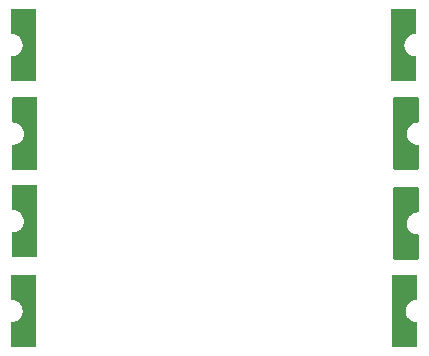
<source format=gbr>
G04 #@! TF.GenerationSoftware,KiCad,Pcbnew,(5.1.5)-3*
G04 #@! TF.CreationDate,2020-05-04T17:56:06+05:30*
G04 #@! TF.ProjectId,Battery_Charger,42617474-6572-4795-9f43-686172676572,rev?*
G04 #@! TF.SameCoordinates,Original*
G04 #@! TF.FileFunction,Paste,Bot*
G04 #@! TF.FilePolarity,Positive*
%FSLAX46Y46*%
G04 Gerber Fmt 4.6, Leading zero omitted, Abs format (unit mm)*
G04 Created by KiCad (PCBNEW (5.1.5)-3) date 2020-05-04 17:56:06*
%MOMM*%
%LPD*%
G04 APERTURE LIST*
%ADD10C,0.100000*%
G04 APERTURE END LIST*
D10*
G36*
X105000378Y-64640003D02*
G01*
X105000419Y-64640001D01*
X105000460Y-64640003D01*
X105000838Y-64640006D01*
X105003529Y-64640175D01*
X105006272Y-64640329D01*
X105006477Y-64640361D01*
X105006688Y-64640374D01*
X105009358Y-64640806D01*
X105012065Y-64641225D01*
X105012272Y-64641278D01*
X105012475Y-64641311D01*
X105015044Y-64641990D01*
X105017742Y-64642683D01*
X105017945Y-64642757D01*
X105018142Y-64642809D01*
X105020639Y-64643737D01*
X105023251Y-64644688D01*
X105023442Y-64644779D01*
X105023637Y-64644852D01*
X105026058Y-64646033D01*
X105028537Y-64647221D01*
X105028719Y-64647331D01*
X105028905Y-64647422D01*
X105031211Y-64648840D01*
X105033552Y-64650258D01*
X105033719Y-64650383D01*
X105033898Y-64650493D01*
X105036084Y-64652152D01*
X105038245Y-64653769D01*
X105038398Y-64653909D01*
X105038567Y-64654037D01*
X105040582Y-64655903D01*
X105042574Y-64657722D01*
X105042714Y-64657877D01*
X105042868Y-64658020D01*
X105044642Y-64660018D01*
X105046497Y-64662078D01*
X105046626Y-64662253D01*
X105046760Y-64662404D01*
X105048360Y-64664606D01*
X105049975Y-64666797D01*
X105050078Y-64666970D01*
X105050206Y-64667146D01*
X105051607Y-64669534D01*
X105052977Y-64671832D01*
X105053066Y-64672022D01*
X105053172Y-64672202D01*
X105054301Y-64674646D01*
X105055473Y-64677136D01*
X105055544Y-64677337D01*
X105055631Y-64677524D01*
X105056522Y-64680082D01*
X105057439Y-64682658D01*
X105057489Y-64682860D01*
X105057559Y-64683060D01*
X105058204Y-64685728D01*
X105058857Y-64688346D01*
X105058887Y-64688552D01*
X105058937Y-64688757D01*
X105059312Y-64691426D01*
X105059714Y-64694145D01*
X105059724Y-64694359D01*
X105059753Y-64694562D01*
X105059867Y-64697283D01*
X105060000Y-64700000D01*
X105060000Y-70700000D01*
X105059997Y-70700378D01*
X105059999Y-70700419D01*
X105059997Y-70700460D01*
X105059994Y-70700838D01*
X105059825Y-70703529D01*
X105059671Y-70706272D01*
X105059639Y-70706477D01*
X105059626Y-70706688D01*
X105059194Y-70709358D01*
X105058775Y-70712065D01*
X105058722Y-70712272D01*
X105058689Y-70712475D01*
X105058010Y-70715044D01*
X105057317Y-70717742D01*
X105057243Y-70717945D01*
X105057191Y-70718142D01*
X105056263Y-70720639D01*
X105055312Y-70723251D01*
X105055221Y-70723442D01*
X105055148Y-70723637D01*
X105053967Y-70726058D01*
X105052779Y-70728537D01*
X105052669Y-70728719D01*
X105052578Y-70728905D01*
X105051160Y-70731211D01*
X105049742Y-70733552D01*
X105049617Y-70733719D01*
X105049507Y-70733898D01*
X105047848Y-70736084D01*
X105046231Y-70738245D01*
X105046091Y-70738398D01*
X105045963Y-70738567D01*
X105044097Y-70740582D01*
X105042278Y-70742574D01*
X105042123Y-70742714D01*
X105041980Y-70742868D01*
X105039982Y-70744642D01*
X105037922Y-70746497D01*
X105037747Y-70746626D01*
X105037596Y-70746760D01*
X105035394Y-70748360D01*
X105033203Y-70749975D01*
X105033030Y-70750078D01*
X105032854Y-70750206D01*
X105030466Y-70751607D01*
X105028168Y-70752977D01*
X105027978Y-70753066D01*
X105027798Y-70753172D01*
X105025354Y-70754301D01*
X105022864Y-70755473D01*
X105022663Y-70755544D01*
X105022476Y-70755631D01*
X105019918Y-70756522D01*
X105017342Y-70757439D01*
X105017140Y-70757489D01*
X105016940Y-70757559D01*
X105014272Y-70758204D01*
X105011654Y-70758857D01*
X105011448Y-70758887D01*
X105011243Y-70758937D01*
X105008574Y-70759312D01*
X105005855Y-70759714D01*
X105005641Y-70759724D01*
X105005438Y-70759753D01*
X105002717Y-70759867D01*
X105000000Y-70760000D01*
X103000000Y-70760000D01*
X102999622Y-70759997D01*
X102999581Y-70759999D01*
X102999540Y-70759997D01*
X102999162Y-70759994D01*
X102996471Y-70759825D01*
X102993728Y-70759671D01*
X102993523Y-70759639D01*
X102993312Y-70759626D01*
X102990642Y-70759194D01*
X102987935Y-70758775D01*
X102987728Y-70758722D01*
X102987525Y-70758689D01*
X102984956Y-70758010D01*
X102982258Y-70757317D01*
X102982055Y-70757243D01*
X102981858Y-70757191D01*
X102979361Y-70756263D01*
X102976749Y-70755312D01*
X102976558Y-70755221D01*
X102976363Y-70755148D01*
X102973942Y-70753967D01*
X102971463Y-70752779D01*
X102971281Y-70752669D01*
X102971095Y-70752578D01*
X102968789Y-70751160D01*
X102966448Y-70749742D01*
X102966281Y-70749617D01*
X102966102Y-70749507D01*
X102963916Y-70747848D01*
X102961755Y-70746231D01*
X102961602Y-70746091D01*
X102961433Y-70745963D01*
X102959418Y-70744097D01*
X102957426Y-70742278D01*
X102957286Y-70742123D01*
X102957132Y-70741980D01*
X102955358Y-70739982D01*
X102953503Y-70737922D01*
X102953374Y-70737747D01*
X102953240Y-70737596D01*
X102951611Y-70735355D01*
X102950025Y-70733203D01*
X102949922Y-70733030D01*
X102949794Y-70732854D01*
X102948393Y-70730466D01*
X102947023Y-70728168D01*
X102946934Y-70727978D01*
X102946828Y-70727798D01*
X102945699Y-70725354D01*
X102944527Y-70722864D01*
X102944456Y-70722663D01*
X102944369Y-70722476D01*
X102943478Y-70719918D01*
X102942561Y-70717342D01*
X102942511Y-70717140D01*
X102942441Y-70716940D01*
X102941796Y-70714272D01*
X102941143Y-70711654D01*
X102941113Y-70711448D01*
X102941063Y-70711243D01*
X102940688Y-70708574D01*
X102940286Y-70705855D01*
X102940276Y-70705641D01*
X102940247Y-70705438D01*
X102940133Y-70702717D01*
X102940000Y-70700000D01*
X102940000Y-68700000D01*
X102940006Y-68699162D01*
X102940164Y-68696643D01*
X102940287Y-68694143D01*
X102940348Y-68693733D01*
X102940374Y-68693312D01*
X102940778Y-68690818D01*
X102941143Y-68688344D01*
X102941244Y-68687939D01*
X102941311Y-68687525D01*
X102941949Y-68685110D01*
X102942561Y-68682657D01*
X102942704Y-68682256D01*
X102942809Y-68681858D01*
X102943680Y-68679514D01*
X102944528Y-68677134D01*
X102944706Y-68676756D01*
X102944852Y-68676363D01*
X102945951Y-68674110D01*
X102947024Y-68671830D01*
X102947241Y-68671466D01*
X102947422Y-68671095D01*
X102948725Y-68668977D01*
X102950026Y-68666794D01*
X102950276Y-68666456D01*
X102950493Y-68666102D01*
X102952004Y-68664111D01*
X102953504Y-68662077D01*
X102953785Y-68661765D01*
X102954037Y-68661433D01*
X102955762Y-68659570D01*
X102957427Y-68657721D01*
X102957735Y-68657440D01*
X102958020Y-68657132D01*
X102959892Y-68655470D01*
X102961756Y-68653768D01*
X102962094Y-68653515D01*
X102962404Y-68653240D01*
X102964483Y-68651729D01*
X102966451Y-68650257D01*
X102966799Y-68650046D01*
X102967146Y-68649794D01*
X102969350Y-68648501D01*
X102971465Y-68647220D01*
X102971841Y-68647040D01*
X102972202Y-68646828D01*
X102974467Y-68645781D01*
X102976751Y-68644687D01*
X102977150Y-68644542D01*
X102977524Y-68644369D01*
X102979885Y-68643547D01*
X102982259Y-68642683D01*
X102982663Y-68642579D01*
X102983060Y-68642441D01*
X102985498Y-68641851D01*
X102987937Y-68641225D01*
X102988355Y-68641160D01*
X102988757Y-68641063D01*
X102991211Y-68640718D01*
X102993730Y-68640328D01*
X102994154Y-68640304D01*
X102994562Y-68640247D01*
X102997051Y-68640142D01*
X102999583Y-68640001D01*
X103011868Y-68639916D01*
X103104778Y-68634070D01*
X103195423Y-68619389D01*
X103284200Y-68595933D01*
X103370275Y-68563922D01*
X103452817Y-68523664D01*
X103531022Y-68475552D01*
X103604177Y-68420024D01*
X103671554Y-68357632D01*
X103732525Y-68288959D01*
X103786497Y-68214672D01*
X103832966Y-68135469D01*
X103871486Y-68052105D01*
X103901686Y-67965382D01*
X103923280Y-67876121D01*
X103936060Y-67785185D01*
X103939906Y-67693437D01*
X103934780Y-67601759D01*
X103920729Y-67510998D01*
X103897894Y-67422060D01*
X103866483Y-67335759D01*
X103826808Y-67252951D01*
X103779237Y-67174400D01*
X103724222Y-67100861D01*
X103686911Y-67060000D01*
X103843518Y-67060000D01*
X103849403Y-67067867D01*
X103850375Y-67066275D01*
X103853903Y-67061593D01*
X103855368Y-67060000D01*
X103843518Y-67060000D01*
X103686911Y-67060000D01*
X103662310Y-67033059D01*
X103594059Y-66971606D01*
X103520151Y-66917115D01*
X103441273Y-66870094D01*
X103358183Y-66830995D01*
X103271678Y-66800191D01*
X103182561Y-66777972D01*
X103091721Y-66764558D01*
X102997069Y-66759928D01*
X102996232Y-66759881D01*
X102994989Y-66759742D01*
X102993728Y-66759671D01*
X102992067Y-66759414D01*
X102990407Y-66759228D01*
X102989187Y-66758969D01*
X102987935Y-66758775D01*
X102986295Y-66758354D01*
X102984673Y-66758009D01*
X102983487Y-66757633D01*
X102982258Y-66757317D01*
X102980662Y-66756736D01*
X102979086Y-66756236D01*
X102977948Y-66755748D01*
X102976749Y-66755312D01*
X102975225Y-66754582D01*
X102973697Y-66753927D01*
X102972600Y-66753324D01*
X102971463Y-66752779D01*
X102970021Y-66751906D01*
X102968561Y-66751103D01*
X102967530Y-66750397D01*
X102966448Y-66749742D01*
X102965106Y-66748738D01*
X102963724Y-66747792D01*
X102962758Y-66746982D01*
X102961755Y-66746231D01*
X102960519Y-66745103D01*
X102959234Y-66744024D01*
X102958353Y-66743124D01*
X102957426Y-66742278D01*
X102956309Y-66741037D01*
X102955132Y-66739836D01*
X102954344Y-66738856D01*
X102953503Y-66737922D01*
X102952507Y-66736571D01*
X102951459Y-66735267D01*
X102950768Y-66734211D01*
X102950025Y-66733203D01*
X102949172Y-66731773D01*
X102948249Y-66730362D01*
X102947664Y-66729243D01*
X102947023Y-66728168D01*
X102946312Y-66726656D01*
X102945533Y-66725167D01*
X102945061Y-66724000D01*
X102944527Y-66722864D01*
X102943965Y-66721286D01*
X102943337Y-66719731D01*
X102942981Y-66718523D01*
X102942561Y-66717342D01*
X102942158Y-66715724D01*
X102941682Y-66714108D01*
X102941445Y-66712866D01*
X102941143Y-66711654D01*
X102940898Y-66709998D01*
X102940584Y-66708350D01*
X102940471Y-66707106D01*
X102940286Y-66705855D01*
X102940204Y-66704167D01*
X102940053Y-66702512D01*
X102940062Y-66701260D01*
X102940000Y-66700000D01*
X102940000Y-64700000D01*
X102940003Y-64699622D01*
X102940001Y-64699581D01*
X102940003Y-64699540D01*
X102940006Y-64699162D01*
X102940175Y-64696471D01*
X102940329Y-64693728D01*
X102940361Y-64693523D01*
X102940374Y-64693312D01*
X102940806Y-64690642D01*
X102941225Y-64687935D01*
X102941278Y-64687728D01*
X102941311Y-64687525D01*
X102941990Y-64684956D01*
X102942683Y-64682258D01*
X102942757Y-64682055D01*
X102942809Y-64681858D01*
X102943737Y-64679361D01*
X102944688Y-64676749D01*
X102944779Y-64676558D01*
X102944852Y-64676363D01*
X102946033Y-64673942D01*
X102947221Y-64671463D01*
X102947331Y-64671281D01*
X102947422Y-64671095D01*
X102948840Y-64668789D01*
X102950258Y-64666448D01*
X102950383Y-64666281D01*
X102950493Y-64666102D01*
X102952152Y-64663916D01*
X102953769Y-64661755D01*
X102953909Y-64661602D01*
X102954037Y-64661433D01*
X102955903Y-64659418D01*
X102957722Y-64657426D01*
X102957877Y-64657286D01*
X102958020Y-64657132D01*
X102960018Y-64655358D01*
X102962078Y-64653503D01*
X102962253Y-64653374D01*
X102962404Y-64653240D01*
X102964606Y-64651640D01*
X102966797Y-64650025D01*
X102966970Y-64649922D01*
X102967146Y-64649794D01*
X102969534Y-64648393D01*
X102971832Y-64647023D01*
X102972022Y-64646934D01*
X102972202Y-64646828D01*
X102974646Y-64645699D01*
X102977136Y-64644527D01*
X102977337Y-64644456D01*
X102977524Y-64644369D01*
X102980082Y-64643478D01*
X102982658Y-64642561D01*
X102982860Y-64642511D01*
X102983060Y-64642441D01*
X102985728Y-64641796D01*
X102988346Y-64641143D01*
X102988552Y-64641113D01*
X102988757Y-64641063D01*
X102991426Y-64640688D01*
X102994145Y-64640286D01*
X102994359Y-64640276D01*
X102994562Y-64640247D01*
X102997283Y-64640133D01*
X103000000Y-64640000D01*
X105000000Y-64640000D01*
X105000378Y-64640003D01*
G37*
G36*
X105100378Y-72140003D02*
G01*
X105100419Y-72140001D01*
X105100460Y-72140003D01*
X105100838Y-72140006D01*
X105103529Y-72140175D01*
X105106272Y-72140329D01*
X105106477Y-72140361D01*
X105106688Y-72140374D01*
X105109358Y-72140806D01*
X105112065Y-72141225D01*
X105112272Y-72141278D01*
X105112475Y-72141311D01*
X105115044Y-72141990D01*
X105117742Y-72142683D01*
X105117945Y-72142757D01*
X105118142Y-72142809D01*
X105120639Y-72143737D01*
X105123251Y-72144688D01*
X105123442Y-72144779D01*
X105123637Y-72144852D01*
X105126058Y-72146033D01*
X105128537Y-72147221D01*
X105128719Y-72147331D01*
X105128905Y-72147422D01*
X105131211Y-72148840D01*
X105133552Y-72150258D01*
X105133719Y-72150383D01*
X105133898Y-72150493D01*
X105136084Y-72152152D01*
X105138245Y-72153769D01*
X105138398Y-72153909D01*
X105138567Y-72154037D01*
X105140582Y-72155903D01*
X105142574Y-72157722D01*
X105142714Y-72157877D01*
X105142868Y-72158020D01*
X105144642Y-72160018D01*
X105146497Y-72162078D01*
X105146626Y-72162253D01*
X105146760Y-72162404D01*
X105148360Y-72164606D01*
X105149975Y-72166797D01*
X105150078Y-72166970D01*
X105150206Y-72167146D01*
X105151607Y-72169534D01*
X105152977Y-72171832D01*
X105153066Y-72172022D01*
X105153172Y-72172202D01*
X105154301Y-72174646D01*
X105155473Y-72177136D01*
X105155544Y-72177337D01*
X105155631Y-72177524D01*
X105156522Y-72180082D01*
X105157439Y-72182658D01*
X105157489Y-72182860D01*
X105157559Y-72183060D01*
X105158204Y-72185728D01*
X105158857Y-72188346D01*
X105158887Y-72188552D01*
X105158937Y-72188757D01*
X105159312Y-72191426D01*
X105159714Y-72194145D01*
X105159724Y-72194359D01*
X105159753Y-72194562D01*
X105159867Y-72197283D01*
X105160000Y-72200000D01*
X105160000Y-78200000D01*
X105159997Y-78200378D01*
X105159999Y-78200419D01*
X105159997Y-78200460D01*
X105159994Y-78200838D01*
X105159825Y-78203529D01*
X105159671Y-78206272D01*
X105159639Y-78206477D01*
X105159626Y-78206688D01*
X105159194Y-78209358D01*
X105158775Y-78212065D01*
X105158722Y-78212272D01*
X105158689Y-78212475D01*
X105158010Y-78215044D01*
X105157317Y-78217742D01*
X105157243Y-78217945D01*
X105157191Y-78218142D01*
X105156263Y-78220639D01*
X105155312Y-78223251D01*
X105155221Y-78223442D01*
X105155148Y-78223637D01*
X105153967Y-78226058D01*
X105152779Y-78228537D01*
X105152669Y-78228719D01*
X105152578Y-78228905D01*
X105151160Y-78231211D01*
X105149742Y-78233552D01*
X105149617Y-78233719D01*
X105149507Y-78233898D01*
X105147848Y-78236084D01*
X105146231Y-78238245D01*
X105146091Y-78238398D01*
X105145963Y-78238567D01*
X105144097Y-78240582D01*
X105142278Y-78242574D01*
X105142123Y-78242714D01*
X105141980Y-78242868D01*
X105139982Y-78244642D01*
X105137922Y-78246497D01*
X105137747Y-78246626D01*
X105137596Y-78246760D01*
X105135394Y-78248360D01*
X105133203Y-78249975D01*
X105133030Y-78250078D01*
X105132854Y-78250206D01*
X105130466Y-78251607D01*
X105128168Y-78252977D01*
X105127978Y-78253066D01*
X105127798Y-78253172D01*
X105125354Y-78254301D01*
X105122864Y-78255473D01*
X105122663Y-78255544D01*
X105122476Y-78255631D01*
X105119918Y-78256522D01*
X105117342Y-78257439D01*
X105117140Y-78257489D01*
X105116940Y-78257559D01*
X105114272Y-78258204D01*
X105111654Y-78258857D01*
X105111448Y-78258887D01*
X105111243Y-78258937D01*
X105108574Y-78259312D01*
X105105855Y-78259714D01*
X105105641Y-78259724D01*
X105105438Y-78259753D01*
X105102717Y-78259867D01*
X105100000Y-78260000D01*
X103100000Y-78260000D01*
X103099622Y-78259997D01*
X103099581Y-78259999D01*
X103099540Y-78259997D01*
X103099162Y-78259994D01*
X103096471Y-78259825D01*
X103093728Y-78259671D01*
X103093523Y-78259639D01*
X103093312Y-78259626D01*
X103090642Y-78259194D01*
X103087935Y-78258775D01*
X103087728Y-78258722D01*
X103087525Y-78258689D01*
X103084956Y-78258010D01*
X103082258Y-78257317D01*
X103082055Y-78257243D01*
X103081858Y-78257191D01*
X103079361Y-78256263D01*
X103076749Y-78255312D01*
X103076558Y-78255221D01*
X103076363Y-78255148D01*
X103073942Y-78253967D01*
X103071463Y-78252779D01*
X103071281Y-78252669D01*
X103071095Y-78252578D01*
X103068789Y-78251160D01*
X103066448Y-78249742D01*
X103066281Y-78249617D01*
X103066102Y-78249507D01*
X103063916Y-78247848D01*
X103061755Y-78246231D01*
X103061602Y-78246091D01*
X103061433Y-78245963D01*
X103059418Y-78244097D01*
X103057426Y-78242278D01*
X103057286Y-78242123D01*
X103057132Y-78241980D01*
X103055358Y-78239982D01*
X103053503Y-78237922D01*
X103053374Y-78237747D01*
X103053240Y-78237596D01*
X103051611Y-78235355D01*
X103050025Y-78233203D01*
X103049922Y-78233030D01*
X103049794Y-78232854D01*
X103048393Y-78230466D01*
X103047023Y-78228168D01*
X103046934Y-78227978D01*
X103046828Y-78227798D01*
X103045699Y-78225354D01*
X103044527Y-78222864D01*
X103044456Y-78222663D01*
X103044369Y-78222476D01*
X103043478Y-78219918D01*
X103042561Y-78217342D01*
X103042511Y-78217140D01*
X103042441Y-78216940D01*
X103041796Y-78214272D01*
X103041143Y-78211654D01*
X103041113Y-78211448D01*
X103041063Y-78211243D01*
X103040688Y-78208574D01*
X103040286Y-78205855D01*
X103040276Y-78205641D01*
X103040247Y-78205438D01*
X103040133Y-78202717D01*
X103040000Y-78200000D01*
X103040000Y-76200000D01*
X103040006Y-76199162D01*
X103040164Y-76196643D01*
X103040287Y-76194143D01*
X103040348Y-76193733D01*
X103040374Y-76193312D01*
X103040778Y-76190818D01*
X103041143Y-76188344D01*
X103041244Y-76187939D01*
X103041311Y-76187525D01*
X103041949Y-76185110D01*
X103042561Y-76182657D01*
X103042704Y-76182256D01*
X103042809Y-76181858D01*
X103043680Y-76179514D01*
X103044528Y-76177134D01*
X103044706Y-76176756D01*
X103044852Y-76176363D01*
X103045951Y-76174110D01*
X103047024Y-76171830D01*
X103047241Y-76171466D01*
X103047422Y-76171095D01*
X103048725Y-76168977D01*
X103050026Y-76166794D01*
X103050276Y-76166456D01*
X103050493Y-76166102D01*
X103052004Y-76164111D01*
X103053504Y-76162077D01*
X103053785Y-76161765D01*
X103054037Y-76161433D01*
X103055762Y-76159570D01*
X103057427Y-76157721D01*
X103057735Y-76157440D01*
X103058020Y-76157132D01*
X103059892Y-76155470D01*
X103061756Y-76153768D01*
X103062094Y-76153515D01*
X103062404Y-76153240D01*
X103064483Y-76151729D01*
X103066451Y-76150257D01*
X103066799Y-76150046D01*
X103067146Y-76149794D01*
X103069350Y-76148501D01*
X103071465Y-76147220D01*
X103071841Y-76147040D01*
X103072202Y-76146828D01*
X103074467Y-76145781D01*
X103076751Y-76144687D01*
X103077150Y-76144542D01*
X103077524Y-76144369D01*
X103079885Y-76143547D01*
X103082259Y-76142683D01*
X103082663Y-76142579D01*
X103083060Y-76142441D01*
X103085498Y-76141851D01*
X103087937Y-76141225D01*
X103088355Y-76141160D01*
X103088757Y-76141063D01*
X103091211Y-76140718D01*
X103093730Y-76140328D01*
X103094154Y-76140304D01*
X103094562Y-76140247D01*
X103097051Y-76140142D01*
X103099583Y-76140001D01*
X103111868Y-76139916D01*
X103204778Y-76134070D01*
X103295423Y-76119389D01*
X103384200Y-76095933D01*
X103470275Y-76063922D01*
X103552817Y-76023664D01*
X103631022Y-75975552D01*
X103704177Y-75920024D01*
X103771554Y-75857632D01*
X103832525Y-75788959D01*
X103886497Y-75714672D01*
X103932966Y-75635469D01*
X103971486Y-75552105D01*
X104001686Y-75465382D01*
X104023280Y-75376121D01*
X104036060Y-75285185D01*
X104039906Y-75193437D01*
X104034780Y-75101759D01*
X104020729Y-75010998D01*
X103997894Y-74922060D01*
X103966483Y-74835759D01*
X103926808Y-74752951D01*
X103879237Y-74674400D01*
X103824222Y-74600861D01*
X103786911Y-74560000D01*
X103943518Y-74560000D01*
X103949403Y-74567867D01*
X103950375Y-74566275D01*
X103953903Y-74561593D01*
X103955368Y-74560000D01*
X103943518Y-74560000D01*
X103786911Y-74560000D01*
X103762310Y-74533059D01*
X103694059Y-74471606D01*
X103620151Y-74417115D01*
X103541273Y-74370094D01*
X103458183Y-74330995D01*
X103371678Y-74300191D01*
X103282561Y-74277972D01*
X103191721Y-74264558D01*
X103097069Y-74259928D01*
X103096232Y-74259881D01*
X103094989Y-74259742D01*
X103093728Y-74259671D01*
X103092067Y-74259414D01*
X103090407Y-74259228D01*
X103089187Y-74258969D01*
X103087935Y-74258775D01*
X103086295Y-74258354D01*
X103084673Y-74258009D01*
X103083487Y-74257633D01*
X103082258Y-74257317D01*
X103080662Y-74256736D01*
X103079086Y-74256236D01*
X103077948Y-74255748D01*
X103076749Y-74255312D01*
X103075225Y-74254582D01*
X103073697Y-74253927D01*
X103072600Y-74253324D01*
X103071463Y-74252779D01*
X103070021Y-74251906D01*
X103068561Y-74251103D01*
X103067530Y-74250397D01*
X103066448Y-74249742D01*
X103065106Y-74248738D01*
X103063724Y-74247792D01*
X103062758Y-74246982D01*
X103061755Y-74246231D01*
X103060519Y-74245103D01*
X103059234Y-74244024D01*
X103058353Y-74243124D01*
X103057426Y-74242278D01*
X103056309Y-74241037D01*
X103055132Y-74239836D01*
X103054344Y-74238856D01*
X103053503Y-74237922D01*
X103052507Y-74236571D01*
X103051459Y-74235267D01*
X103050768Y-74234211D01*
X103050025Y-74233203D01*
X103049172Y-74231773D01*
X103048249Y-74230362D01*
X103047664Y-74229243D01*
X103047023Y-74228168D01*
X103046312Y-74226656D01*
X103045533Y-74225167D01*
X103045061Y-74224000D01*
X103044527Y-74222864D01*
X103043965Y-74221286D01*
X103043337Y-74219731D01*
X103042981Y-74218523D01*
X103042561Y-74217342D01*
X103042158Y-74215724D01*
X103041682Y-74214108D01*
X103041445Y-74212866D01*
X103041143Y-74211654D01*
X103040898Y-74209998D01*
X103040584Y-74208350D01*
X103040471Y-74207106D01*
X103040286Y-74205855D01*
X103040204Y-74204167D01*
X103040053Y-74202512D01*
X103040062Y-74201260D01*
X103040000Y-74200000D01*
X103040000Y-72200000D01*
X103040003Y-72199622D01*
X103040001Y-72199581D01*
X103040003Y-72199540D01*
X103040006Y-72199162D01*
X103040175Y-72196471D01*
X103040329Y-72193728D01*
X103040361Y-72193523D01*
X103040374Y-72193312D01*
X103040806Y-72190642D01*
X103041225Y-72187935D01*
X103041278Y-72187728D01*
X103041311Y-72187525D01*
X103041990Y-72184956D01*
X103042683Y-72182258D01*
X103042757Y-72182055D01*
X103042809Y-72181858D01*
X103043737Y-72179361D01*
X103044688Y-72176749D01*
X103044779Y-72176558D01*
X103044852Y-72176363D01*
X103046033Y-72173942D01*
X103047221Y-72171463D01*
X103047331Y-72171281D01*
X103047422Y-72171095D01*
X103048840Y-72168789D01*
X103050258Y-72166448D01*
X103050383Y-72166281D01*
X103050493Y-72166102D01*
X103052152Y-72163916D01*
X103053769Y-72161755D01*
X103053909Y-72161602D01*
X103054037Y-72161433D01*
X103055903Y-72159418D01*
X103057722Y-72157426D01*
X103057877Y-72157286D01*
X103058020Y-72157132D01*
X103060018Y-72155358D01*
X103062078Y-72153503D01*
X103062253Y-72153374D01*
X103062404Y-72153240D01*
X103064606Y-72151640D01*
X103066797Y-72150025D01*
X103066970Y-72149922D01*
X103067146Y-72149794D01*
X103069534Y-72148393D01*
X103071832Y-72147023D01*
X103072022Y-72146934D01*
X103072202Y-72146828D01*
X103074646Y-72145699D01*
X103077136Y-72144527D01*
X103077337Y-72144456D01*
X103077524Y-72144369D01*
X103080082Y-72143478D01*
X103082658Y-72142561D01*
X103082860Y-72142511D01*
X103083060Y-72142441D01*
X103085728Y-72141796D01*
X103088346Y-72141143D01*
X103088552Y-72141113D01*
X103088757Y-72141063D01*
X103091426Y-72140688D01*
X103094145Y-72140286D01*
X103094359Y-72140276D01*
X103094562Y-72140247D01*
X103097283Y-72140133D01*
X103100000Y-72140000D01*
X105100000Y-72140000D01*
X105100378Y-72140003D01*
G37*
G36*
X105100378Y-79540003D02*
G01*
X105100419Y-79540001D01*
X105100460Y-79540003D01*
X105100838Y-79540006D01*
X105103529Y-79540175D01*
X105106272Y-79540329D01*
X105106477Y-79540361D01*
X105106688Y-79540374D01*
X105109358Y-79540806D01*
X105112065Y-79541225D01*
X105112272Y-79541278D01*
X105112475Y-79541311D01*
X105115044Y-79541990D01*
X105117742Y-79542683D01*
X105117945Y-79542757D01*
X105118142Y-79542809D01*
X105120639Y-79543737D01*
X105123251Y-79544688D01*
X105123442Y-79544779D01*
X105123637Y-79544852D01*
X105126058Y-79546033D01*
X105128537Y-79547221D01*
X105128719Y-79547331D01*
X105128905Y-79547422D01*
X105131211Y-79548840D01*
X105133552Y-79550258D01*
X105133719Y-79550383D01*
X105133898Y-79550493D01*
X105136084Y-79552152D01*
X105138245Y-79553769D01*
X105138398Y-79553909D01*
X105138567Y-79554037D01*
X105140582Y-79555903D01*
X105142574Y-79557722D01*
X105142714Y-79557877D01*
X105142868Y-79558020D01*
X105144642Y-79560018D01*
X105146497Y-79562078D01*
X105146626Y-79562253D01*
X105146760Y-79562404D01*
X105148360Y-79564606D01*
X105149975Y-79566797D01*
X105150078Y-79566970D01*
X105150206Y-79567146D01*
X105151607Y-79569534D01*
X105152977Y-79571832D01*
X105153066Y-79572022D01*
X105153172Y-79572202D01*
X105154301Y-79574646D01*
X105155473Y-79577136D01*
X105155544Y-79577337D01*
X105155631Y-79577524D01*
X105156522Y-79580082D01*
X105157439Y-79582658D01*
X105157489Y-79582860D01*
X105157559Y-79583060D01*
X105158204Y-79585728D01*
X105158857Y-79588346D01*
X105158887Y-79588552D01*
X105158937Y-79588757D01*
X105159312Y-79591426D01*
X105159714Y-79594145D01*
X105159724Y-79594359D01*
X105159753Y-79594562D01*
X105159867Y-79597283D01*
X105160000Y-79600000D01*
X105160000Y-85600000D01*
X105159997Y-85600378D01*
X105159999Y-85600419D01*
X105159997Y-85600460D01*
X105159994Y-85600838D01*
X105159825Y-85603529D01*
X105159671Y-85606272D01*
X105159639Y-85606477D01*
X105159626Y-85606688D01*
X105159194Y-85609358D01*
X105158775Y-85612065D01*
X105158722Y-85612272D01*
X105158689Y-85612475D01*
X105158010Y-85615044D01*
X105157317Y-85617742D01*
X105157243Y-85617945D01*
X105157191Y-85618142D01*
X105156263Y-85620639D01*
X105155312Y-85623251D01*
X105155221Y-85623442D01*
X105155148Y-85623637D01*
X105153967Y-85626058D01*
X105152779Y-85628537D01*
X105152669Y-85628719D01*
X105152578Y-85628905D01*
X105151160Y-85631211D01*
X105149742Y-85633552D01*
X105149617Y-85633719D01*
X105149507Y-85633898D01*
X105147848Y-85636084D01*
X105146231Y-85638245D01*
X105146091Y-85638398D01*
X105145963Y-85638567D01*
X105144097Y-85640582D01*
X105142278Y-85642574D01*
X105142123Y-85642714D01*
X105141980Y-85642868D01*
X105139982Y-85644642D01*
X105137922Y-85646497D01*
X105137747Y-85646626D01*
X105137596Y-85646760D01*
X105135394Y-85648360D01*
X105133203Y-85649975D01*
X105133030Y-85650078D01*
X105132854Y-85650206D01*
X105130466Y-85651607D01*
X105128168Y-85652977D01*
X105127978Y-85653066D01*
X105127798Y-85653172D01*
X105125354Y-85654301D01*
X105122864Y-85655473D01*
X105122663Y-85655544D01*
X105122476Y-85655631D01*
X105119918Y-85656522D01*
X105117342Y-85657439D01*
X105117140Y-85657489D01*
X105116940Y-85657559D01*
X105114272Y-85658204D01*
X105111654Y-85658857D01*
X105111448Y-85658887D01*
X105111243Y-85658937D01*
X105108574Y-85659312D01*
X105105855Y-85659714D01*
X105105641Y-85659724D01*
X105105438Y-85659753D01*
X105102717Y-85659867D01*
X105100000Y-85660000D01*
X103100000Y-85660000D01*
X103099622Y-85659997D01*
X103099581Y-85659999D01*
X103099540Y-85659997D01*
X103099162Y-85659994D01*
X103096471Y-85659825D01*
X103093728Y-85659671D01*
X103093523Y-85659639D01*
X103093312Y-85659626D01*
X103090642Y-85659194D01*
X103087935Y-85658775D01*
X103087728Y-85658722D01*
X103087525Y-85658689D01*
X103084956Y-85658010D01*
X103082258Y-85657317D01*
X103082055Y-85657243D01*
X103081858Y-85657191D01*
X103079361Y-85656263D01*
X103076749Y-85655312D01*
X103076558Y-85655221D01*
X103076363Y-85655148D01*
X103073942Y-85653967D01*
X103071463Y-85652779D01*
X103071281Y-85652669D01*
X103071095Y-85652578D01*
X103068789Y-85651160D01*
X103066448Y-85649742D01*
X103066281Y-85649617D01*
X103066102Y-85649507D01*
X103063916Y-85647848D01*
X103061755Y-85646231D01*
X103061602Y-85646091D01*
X103061433Y-85645963D01*
X103059418Y-85644097D01*
X103057426Y-85642278D01*
X103057286Y-85642123D01*
X103057132Y-85641980D01*
X103055358Y-85639982D01*
X103053503Y-85637922D01*
X103053374Y-85637747D01*
X103053240Y-85637596D01*
X103051611Y-85635355D01*
X103050025Y-85633203D01*
X103049922Y-85633030D01*
X103049794Y-85632854D01*
X103048393Y-85630466D01*
X103047023Y-85628168D01*
X103046934Y-85627978D01*
X103046828Y-85627798D01*
X103045699Y-85625354D01*
X103044527Y-85622864D01*
X103044456Y-85622663D01*
X103044369Y-85622476D01*
X103043478Y-85619918D01*
X103042561Y-85617342D01*
X103042511Y-85617140D01*
X103042441Y-85616940D01*
X103041796Y-85614272D01*
X103041143Y-85611654D01*
X103041113Y-85611448D01*
X103041063Y-85611243D01*
X103040688Y-85608574D01*
X103040286Y-85605855D01*
X103040276Y-85605641D01*
X103040247Y-85605438D01*
X103040133Y-85602717D01*
X103040000Y-85600000D01*
X103040000Y-83600000D01*
X103040006Y-83599162D01*
X103040164Y-83596643D01*
X103040287Y-83594143D01*
X103040348Y-83593733D01*
X103040374Y-83593312D01*
X103040778Y-83590818D01*
X103041143Y-83588344D01*
X103041244Y-83587939D01*
X103041311Y-83587525D01*
X103041949Y-83585110D01*
X103042561Y-83582657D01*
X103042704Y-83582256D01*
X103042809Y-83581858D01*
X103043680Y-83579514D01*
X103044528Y-83577134D01*
X103044706Y-83576756D01*
X103044852Y-83576363D01*
X103045951Y-83574110D01*
X103047024Y-83571830D01*
X103047241Y-83571466D01*
X103047422Y-83571095D01*
X103048725Y-83568977D01*
X103050026Y-83566794D01*
X103050276Y-83566456D01*
X103050493Y-83566102D01*
X103052004Y-83564111D01*
X103053504Y-83562077D01*
X103053785Y-83561765D01*
X103054037Y-83561433D01*
X103055762Y-83559570D01*
X103057427Y-83557721D01*
X103057735Y-83557440D01*
X103058020Y-83557132D01*
X103059892Y-83555470D01*
X103061756Y-83553768D01*
X103062094Y-83553515D01*
X103062404Y-83553240D01*
X103064483Y-83551729D01*
X103066451Y-83550257D01*
X103066799Y-83550046D01*
X103067146Y-83549794D01*
X103069350Y-83548501D01*
X103071465Y-83547220D01*
X103071841Y-83547040D01*
X103072202Y-83546828D01*
X103074467Y-83545781D01*
X103076751Y-83544687D01*
X103077150Y-83544542D01*
X103077524Y-83544369D01*
X103079885Y-83543547D01*
X103082259Y-83542683D01*
X103082663Y-83542579D01*
X103083060Y-83542441D01*
X103085498Y-83541851D01*
X103087937Y-83541225D01*
X103088355Y-83541160D01*
X103088757Y-83541063D01*
X103091211Y-83540718D01*
X103093730Y-83540328D01*
X103094154Y-83540304D01*
X103094562Y-83540247D01*
X103097051Y-83540142D01*
X103099583Y-83540001D01*
X103111868Y-83539916D01*
X103204778Y-83534070D01*
X103295423Y-83519389D01*
X103384200Y-83495933D01*
X103470275Y-83463922D01*
X103552817Y-83423664D01*
X103631022Y-83375552D01*
X103704177Y-83320024D01*
X103771554Y-83257632D01*
X103832525Y-83188959D01*
X103886497Y-83114672D01*
X103932966Y-83035469D01*
X103971486Y-82952105D01*
X104001686Y-82865382D01*
X104023280Y-82776121D01*
X104036060Y-82685185D01*
X104039906Y-82593437D01*
X104034780Y-82501759D01*
X104020729Y-82410998D01*
X103997894Y-82322060D01*
X103966483Y-82235759D01*
X103926808Y-82152951D01*
X103879237Y-82074400D01*
X103824222Y-82000861D01*
X103786911Y-81960000D01*
X103943518Y-81960000D01*
X103949403Y-81967867D01*
X103950375Y-81966275D01*
X103953903Y-81961593D01*
X103955368Y-81960000D01*
X103943518Y-81960000D01*
X103786911Y-81960000D01*
X103762310Y-81933059D01*
X103694059Y-81871606D01*
X103620151Y-81817115D01*
X103541273Y-81770094D01*
X103458183Y-81730995D01*
X103371678Y-81700191D01*
X103282561Y-81677972D01*
X103191721Y-81664558D01*
X103097069Y-81659928D01*
X103096232Y-81659881D01*
X103094989Y-81659742D01*
X103093728Y-81659671D01*
X103092067Y-81659414D01*
X103090407Y-81659228D01*
X103089187Y-81658969D01*
X103087935Y-81658775D01*
X103086295Y-81658354D01*
X103084673Y-81658009D01*
X103083487Y-81657633D01*
X103082258Y-81657317D01*
X103080662Y-81656736D01*
X103079086Y-81656236D01*
X103077948Y-81655748D01*
X103076749Y-81655312D01*
X103075225Y-81654582D01*
X103073697Y-81653927D01*
X103072600Y-81653324D01*
X103071463Y-81652779D01*
X103070021Y-81651906D01*
X103068561Y-81651103D01*
X103067530Y-81650397D01*
X103066448Y-81649742D01*
X103065106Y-81648738D01*
X103063724Y-81647792D01*
X103062758Y-81646982D01*
X103061755Y-81646231D01*
X103060519Y-81645103D01*
X103059234Y-81644024D01*
X103058353Y-81643124D01*
X103057426Y-81642278D01*
X103056309Y-81641037D01*
X103055132Y-81639836D01*
X103054344Y-81638856D01*
X103053503Y-81637922D01*
X103052507Y-81636571D01*
X103051459Y-81635267D01*
X103050768Y-81634211D01*
X103050025Y-81633203D01*
X103049172Y-81631773D01*
X103048249Y-81630362D01*
X103047664Y-81629243D01*
X103047023Y-81628168D01*
X103046312Y-81626656D01*
X103045533Y-81625167D01*
X103045061Y-81624000D01*
X103044527Y-81622864D01*
X103043965Y-81621286D01*
X103043337Y-81619731D01*
X103042981Y-81618523D01*
X103042561Y-81617342D01*
X103042158Y-81615724D01*
X103041682Y-81614108D01*
X103041445Y-81612866D01*
X103041143Y-81611654D01*
X103040898Y-81609998D01*
X103040584Y-81608350D01*
X103040471Y-81607106D01*
X103040286Y-81605855D01*
X103040204Y-81604167D01*
X103040053Y-81602512D01*
X103040062Y-81601260D01*
X103040000Y-81600000D01*
X103040000Y-79600000D01*
X103040003Y-79599622D01*
X103040001Y-79599581D01*
X103040003Y-79599540D01*
X103040006Y-79599162D01*
X103040175Y-79596471D01*
X103040329Y-79593728D01*
X103040361Y-79593523D01*
X103040374Y-79593312D01*
X103040806Y-79590642D01*
X103041225Y-79587935D01*
X103041278Y-79587728D01*
X103041311Y-79587525D01*
X103041990Y-79584956D01*
X103042683Y-79582258D01*
X103042757Y-79582055D01*
X103042809Y-79581858D01*
X103043737Y-79579361D01*
X103044688Y-79576749D01*
X103044779Y-79576558D01*
X103044852Y-79576363D01*
X103046033Y-79573942D01*
X103047221Y-79571463D01*
X103047331Y-79571281D01*
X103047422Y-79571095D01*
X103048840Y-79568789D01*
X103050258Y-79566448D01*
X103050383Y-79566281D01*
X103050493Y-79566102D01*
X103052152Y-79563916D01*
X103053769Y-79561755D01*
X103053909Y-79561602D01*
X103054037Y-79561433D01*
X103055903Y-79559418D01*
X103057722Y-79557426D01*
X103057877Y-79557286D01*
X103058020Y-79557132D01*
X103060018Y-79555358D01*
X103062078Y-79553503D01*
X103062253Y-79553374D01*
X103062404Y-79553240D01*
X103064606Y-79551640D01*
X103066797Y-79550025D01*
X103066970Y-79549922D01*
X103067146Y-79549794D01*
X103069534Y-79548393D01*
X103071832Y-79547023D01*
X103072022Y-79546934D01*
X103072202Y-79546828D01*
X103074646Y-79545699D01*
X103077136Y-79544527D01*
X103077337Y-79544456D01*
X103077524Y-79544369D01*
X103080082Y-79543478D01*
X103082658Y-79542561D01*
X103082860Y-79542511D01*
X103083060Y-79542441D01*
X103085728Y-79541796D01*
X103088346Y-79541143D01*
X103088552Y-79541113D01*
X103088757Y-79541063D01*
X103091426Y-79540688D01*
X103094145Y-79540286D01*
X103094359Y-79540276D01*
X103094562Y-79540247D01*
X103097283Y-79540133D01*
X103100000Y-79540000D01*
X105100000Y-79540000D01*
X105100378Y-79540003D01*
G37*
G36*
X135299622Y-93259997D02*
G01*
X135299581Y-93259999D01*
X135299540Y-93259997D01*
X135299162Y-93259994D01*
X135296471Y-93259825D01*
X135293728Y-93259671D01*
X135293523Y-93259639D01*
X135293312Y-93259626D01*
X135290642Y-93259194D01*
X135287935Y-93258775D01*
X135287728Y-93258722D01*
X135287525Y-93258689D01*
X135284956Y-93258010D01*
X135282258Y-93257317D01*
X135282055Y-93257243D01*
X135281858Y-93257191D01*
X135279361Y-93256263D01*
X135276749Y-93255312D01*
X135276558Y-93255221D01*
X135276363Y-93255148D01*
X135273942Y-93253967D01*
X135271463Y-93252779D01*
X135271281Y-93252669D01*
X135271095Y-93252578D01*
X135268789Y-93251160D01*
X135266448Y-93249742D01*
X135266281Y-93249617D01*
X135266102Y-93249507D01*
X135263916Y-93247848D01*
X135261755Y-93246231D01*
X135261602Y-93246091D01*
X135261433Y-93245963D01*
X135259418Y-93244097D01*
X135257426Y-93242278D01*
X135257286Y-93242123D01*
X135257132Y-93241980D01*
X135255358Y-93239982D01*
X135253503Y-93237922D01*
X135253374Y-93237747D01*
X135253240Y-93237596D01*
X135251640Y-93235394D01*
X135250025Y-93233203D01*
X135249922Y-93233030D01*
X135249794Y-93232854D01*
X135248393Y-93230466D01*
X135247023Y-93228168D01*
X135246934Y-93227978D01*
X135246828Y-93227798D01*
X135245699Y-93225354D01*
X135244527Y-93222864D01*
X135244456Y-93222663D01*
X135244369Y-93222476D01*
X135243478Y-93219918D01*
X135242561Y-93217342D01*
X135242511Y-93217140D01*
X135242441Y-93216940D01*
X135241796Y-93214272D01*
X135241143Y-93211654D01*
X135241113Y-93211448D01*
X135241063Y-93211243D01*
X135240688Y-93208574D01*
X135240286Y-93205855D01*
X135240276Y-93205641D01*
X135240247Y-93205438D01*
X135240133Y-93202717D01*
X135240000Y-93200000D01*
X135240000Y-87200000D01*
X135240003Y-87199622D01*
X135240001Y-87199581D01*
X135240003Y-87199540D01*
X135240006Y-87199162D01*
X135240175Y-87196471D01*
X135240329Y-87193728D01*
X135240361Y-87193523D01*
X135240374Y-87193312D01*
X135240806Y-87190642D01*
X135241225Y-87187935D01*
X135241278Y-87187728D01*
X135241311Y-87187525D01*
X135241990Y-87184956D01*
X135242683Y-87182258D01*
X135242757Y-87182055D01*
X135242809Y-87181858D01*
X135243737Y-87179361D01*
X135244688Y-87176749D01*
X135244779Y-87176558D01*
X135244852Y-87176363D01*
X135246033Y-87173942D01*
X135247221Y-87171463D01*
X135247331Y-87171281D01*
X135247422Y-87171095D01*
X135248840Y-87168789D01*
X135250258Y-87166448D01*
X135250383Y-87166281D01*
X135250493Y-87166102D01*
X135252152Y-87163916D01*
X135253769Y-87161755D01*
X135253909Y-87161602D01*
X135254037Y-87161433D01*
X135255903Y-87159418D01*
X135257722Y-87157426D01*
X135257877Y-87157286D01*
X135258020Y-87157132D01*
X135260018Y-87155358D01*
X135262078Y-87153503D01*
X135262253Y-87153374D01*
X135262404Y-87153240D01*
X135264606Y-87151640D01*
X135266797Y-87150025D01*
X135266970Y-87149922D01*
X135267146Y-87149794D01*
X135269534Y-87148393D01*
X135271832Y-87147023D01*
X135272022Y-87146934D01*
X135272202Y-87146828D01*
X135274646Y-87145699D01*
X135277136Y-87144527D01*
X135277337Y-87144456D01*
X135277524Y-87144369D01*
X135280082Y-87143478D01*
X135282658Y-87142561D01*
X135282860Y-87142511D01*
X135283060Y-87142441D01*
X135285728Y-87141796D01*
X135288346Y-87141143D01*
X135288552Y-87141113D01*
X135288757Y-87141063D01*
X135291426Y-87140688D01*
X135294145Y-87140286D01*
X135294359Y-87140276D01*
X135294562Y-87140247D01*
X135297283Y-87140133D01*
X135300000Y-87140000D01*
X137300000Y-87140000D01*
X137300378Y-87140003D01*
X137300419Y-87140001D01*
X137300460Y-87140003D01*
X137300838Y-87140006D01*
X137303529Y-87140175D01*
X137306272Y-87140329D01*
X137306477Y-87140361D01*
X137306688Y-87140374D01*
X137309358Y-87140806D01*
X137312065Y-87141225D01*
X137312272Y-87141278D01*
X137312475Y-87141311D01*
X137315044Y-87141990D01*
X137317742Y-87142683D01*
X137317945Y-87142757D01*
X137318142Y-87142809D01*
X137320639Y-87143737D01*
X137323251Y-87144688D01*
X137323442Y-87144779D01*
X137323637Y-87144852D01*
X137326058Y-87146033D01*
X137328537Y-87147221D01*
X137328719Y-87147331D01*
X137328905Y-87147422D01*
X137331211Y-87148840D01*
X137333552Y-87150258D01*
X137333719Y-87150383D01*
X137333898Y-87150493D01*
X137336084Y-87152152D01*
X137338245Y-87153769D01*
X137338398Y-87153909D01*
X137338567Y-87154037D01*
X137340582Y-87155903D01*
X137342574Y-87157722D01*
X137342714Y-87157877D01*
X137342868Y-87158020D01*
X137344642Y-87160018D01*
X137346497Y-87162078D01*
X137346626Y-87162253D01*
X137346760Y-87162404D01*
X137348389Y-87164645D01*
X137349975Y-87166797D01*
X137350078Y-87166970D01*
X137350206Y-87167146D01*
X137351607Y-87169534D01*
X137352977Y-87171832D01*
X137353066Y-87172022D01*
X137353172Y-87172202D01*
X137354301Y-87174646D01*
X137355473Y-87177136D01*
X137355544Y-87177337D01*
X137355631Y-87177524D01*
X137356522Y-87180082D01*
X137357439Y-87182658D01*
X137357489Y-87182860D01*
X137357559Y-87183060D01*
X137358204Y-87185728D01*
X137358857Y-87188346D01*
X137358887Y-87188552D01*
X137358937Y-87188757D01*
X137359312Y-87191426D01*
X137359714Y-87194145D01*
X137359724Y-87194359D01*
X137359753Y-87194562D01*
X137359867Y-87197283D01*
X137360000Y-87200000D01*
X137360000Y-89200000D01*
X137359994Y-89200838D01*
X137359836Y-89203357D01*
X137359713Y-89205857D01*
X137359652Y-89206267D01*
X137359626Y-89206688D01*
X137359222Y-89209182D01*
X137358857Y-89211656D01*
X137358756Y-89212061D01*
X137358689Y-89212475D01*
X137358051Y-89214890D01*
X137357439Y-89217343D01*
X137357296Y-89217744D01*
X137357191Y-89218142D01*
X137356320Y-89220486D01*
X137355472Y-89222866D01*
X137355294Y-89223244D01*
X137355148Y-89223637D01*
X137354049Y-89225890D01*
X137352976Y-89228170D01*
X137352759Y-89228534D01*
X137352578Y-89228905D01*
X137351275Y-89231023D01*
X137349974Y-89233206D01*
X137349724Y-89233544D01*
X137349507Y-89233898D01*
X137347996Y-89235889D01*
X137346496Y-89237923D01*
X137346215Y-89238235D01*
X137345963Y-89238567D01*
X137344238Y-89240430D01*
X137342573Y-89242279D01*
X137342265Y-89242560D01*
X137341980Y-89242868D01*
X137340108Y-89244530D01*
X137338244Y-89246232D01*
X137337906Y-89246485D01*
X137337596Y-89246760D01*
X137335517Y-89248271D01*
X137333549Y-89249743D01*
X137333201Y-89249954D01*
X137332854Y-89250206D01*
X137330650Y-89251499D01*
X137328535Y-89252780D01*
X137328159Y-89252960D01*
X137327798Y-89253172D01*
X137325533Y-89254219D01*
X137323249Y-89255313D01*
X137322850Y-89255458D01*
X137322476Y-89255631D01*
X137320115Y-89256453D01*
X137317741Y-89257317D01*
X137317337Y-89257421D01*
X137316940Y-89257559D01*
X137314502Y-89258149D01*
X137312063Y-89258775D01*
X137311645Y-89258840D01*
X137311243Y-89258937D01*
X137308789Y-89259282D01*
X137306270Y-89259672D01*
X137305846Y-89259696D01*
X137305438Y-89259753D01*
X137302949Y-89259858D01*
X137300417Y-89259999D01*
X137288132Y-89260084D01*
X137195222Y-89265930D01*
X137104577Y-89280611D01*
X137015800Y-89304067D01*
X136929725Y-89336078D01*
X136847183Y-89376336D01*
X136768978Y-89424448D01*
X136695823Y-89479976D01*
X136628446Y-89542368D01*
X136567475Y-89611041D01*
X136513503Y-89685328D01*
X136467034Y-89764531D01*
X136428514Y-89847895D01*
X136398314Y-89934618D01*
X136376720Y-90023879D01*
X136363940Y-90114815D01*
X136360094Y-90206563D01*
X136365220Y-90298241D01*
X136379271Y-90389002D01*
X136402106Y-90477940D01*
X136433517Y-90564241D01*
X136473192Y-90647049D01*
X136520763Y-90725600D01*
X136575778Y-90799139D01*
X136613089Y-90840000D01*
X136456482Y-90840000D01*
X136450597Y-90832133D01*
X136449625Y-90833725D01*
X136446097Y-90838407D01*
X136444632Y-90840000D01*
X136456482Y-90840000D01*
X136613089Y-90840000D01*
X136637690Y-90866941D01*
X136705941Y-90928394D01*
X136779849Y-90982885D01*
X136858727Y-91029906D01*
X136941817Y-91069005D01*
X137028322Y-91099809D01*
X137117439Y-91122028D01*
X137208279Y-91135442D01*
X137302931Y-91140072D01*
X137303768Y-91140119D01*
X137305011Y-91140258D01*
X137306272Y-91140329D01*
X137307933Y-91140586D01*
X137309593Y-91140772D01*
X137310813Y-91141031D01*
X137312065Y-91141225D01*
X137313705Y-91141646D01*
X137315327Y-91141991D01*
X137316513Y-91142367D01*
X137317742Y-91142683D01*
X137319338Y-91143264D01*
X137320914Y-91143764D01*
X137322052Y-91144252D01*
X137323251Y-91144688D01*
X137324775Y-91145418D01*
X137326303Y-91146073D01*
X137327400Y-91146676D01*
X137328537Y-91147221D01*
X137329979Y-91148094D01*
X137331439Y-91148897D01*
X137332470Y-91149603D01*
X137333552Y-91150258D01*
X137334894Y-91151262D01*
X137336276Y-91152208D01*
X137337242Y-91153018D01*
X137338245Y-91153769D01*
X137339481Y-91154897D01*
X137340766Y-91155976D01*
X137341647Y-91156876D01*
X137342574Y-91157722D01*
X137343691Y-91158963D01*
X137344868Y-91160164D01*
X137345656Y-91161144D01*
X137346497Y-91162078D01*
X137347493Y-91163429D01*
X137348541Y-91164733D01*
X137349232Y-91165789D01*
X137349975Y-91166797D01*
X137350828Y-91168227D01*
X137351751Y-91169638D01*
X137352336Y-91170757D01*
X137352977Y-91171832D01*
X137353688Y-91173344D01*
X137354467Y-91174833D01*
X137354939Y-91176000D01*
X137355473Y-91177136D01*
X137356035Y-91178714D01*
X137356663Y-91180269D01*
X137357019Y-91181477D01*
X137357439Y-91182658D01*
X137357842Y-91184276D01*
X137358318Y-91185892D01*
X137358555Y-91187134D01*
X137358857Y-91188346D01*
X137359102Y-91190002D01*
X137359416Y-91191650D01*
X137359529Y-91192894D01*
X137359714Y-91194145D01*
X137359796Y-91195833D01*
X137359947Y-91197488D01*
X137359938Y-91198740D01*
X137360000Y-91200000D01*
X137360000Y-93200000D01*
X137359997Y-93200378D01*
X137359999Y-93200419D01*
X137359997Y-93200460D01*
X137359994Y-93200838D01*
X137359825Y-93203529D01*
X137359671Y-93206272D01*
X137359639Y-93206477D01*
X137359626Y-93206688D01*
X137359194Y-93209358D01*
X137358775Y-93212065D01*
X137358722Y-93212272D01*
X137358689Y-93212475D01*
X137358010Y-93215044D01*
X137357317Y-93217742D01*
X137357243Y-93217945D01*
X137357191Y-93218142D01*
X137356263Y-93220639D01*
X137355312Y-93223251D01*
X137355221Y-93223442D01*
X137355148Y-93223637D01*
X137353967Y-93226058D01*
X137352779Y-93228537D01*
X137352669Y-93228719D01*
X137352578Y-93228905D01*
X137351160Y-93231211D01*
X137349742Y-93233552D01*
X137349617Y-93233719D01*
X137349507Y-93233898D01*
X137347848Y-93236084D01*
X137346231Y-93238245D01*
X137346091Y-93238398D01*
X137345963Y-93238567D01*
X137344097Y-93240582D01*
X137342278Y-93242574D01*
X137342123Y-93242714D01*
X137341980Y-93242868D01*
X137339982Y-93244642D01*
X137337922Y-93246497D01*
X137337747Y-93246626D01*
X137337596Y-93246760D01*
X137335394Y-93248360D01*
X137333203Y-93249975D01*
X137333030Y-93250078D01*
X137332854Y-93250206D01*
X137330466Y-93251607D01*
X137328168Y-93252977D01*
X137327978Y-93253066D01*
X137327798Y-93253172D01*
X137325354Y-93254301D01*
X137322864Y-93255473D01*
X137322663Y-93255544D01*
X137322476Y-93255631D01*
X137319918Y-93256522D01*
X137317342Y-93257439D01*
X137317140Y-93257489D01*
X137316940Y-93257559D01*
X137314272Y-93258204D01*
X137311654Y-93258857D01*
X137311448Y-93258887D01*
X137311243Y-93258937D01*
X137308574Y-93259312D01*
X137305855Y-93259714D01*
X137305641Y-93259724D01*
X137305438Y-93259753D01*
X137302717Y-93259867D01*
X137300000Y-93260000D01*
X135300000Y-93260000D01*
X135299622Y-93259997D01*
G37*
G36*
X105000378Y-87140003D02*
G01*
X105000419Y-87140001D01*
X105000460Y-87140003D01*
X105000838Y-87140006D01*
X105003529Y-87140175D01*
X105006272Y-87140329D01*
X105006477Y-87140361D01*
X105006688Y-87140374D01*
X105009358Y-87140806D01*
X105012065Y-87141225D01*
X105012272Y-87141278D01*
X105012475Y-87141311D01*
X105015044Y-87141990D01*
X105017742Y-87142683D01*
X105017945Y-87142757D01*
X105018142Y-87142809D01*
X105020639Y-87143737D01*
X105023251Y-87144688D01*
X105023442Y-87144779D01*
X105023637Y-87144852D01*
X105026058Y-87146033D01*
X105028537Y-87147221D01*
X105028719Y-87147331D01*
X105028905Y-87147422D01*
X105031211Y-87148840D01*
X105033552Y-87150258D01*
X105033719Y-87150383D01*
X105033898Y-87150493D01*
X105036084Y-87152152D01*
X105038245Y-87153769D01*
X105038398Y-87153909D01*
X105038567Y-87154037D01*
X105040582Y-87155903D01*
X105042574Y-87157722D01*
X105042714Y-87157877D01*
X105042868Y-87158020D01*
X105044642Y-87160018D01*
X105046497Y-87162078D01*
X105046626Y-87162253D01*
X105046760Y-87162404D01*
X105048360Y-87164606D01*
X105049975Y-87166797D01*
X105050078Y-87166970D01*
X105050206Y-87167146D01*
X105051607Y-87169534D01*
X105052977Y-87171832D01*
X105053066Y-87172022D01*
X105053172Y-87172202D01*
X105054301Y-87174646D01*
X105055473Y-87177136D01*
X105055544Y-87177337D01*
X105055631Y-87177524D01*
X105056522Y-87180082D01*
X105057439Y-87182658D01*
X105057489Y-87182860D01*
X105057559Y-87183060D01*
X105058204Y-87185728D01*
X105058857Y-87188346D01*
X105058887Y-87188552D01*
X105058937Y-87188757D01*
X105059312Y-87191426D01*
X105059714Y-87194145D01*
X105059724Y-87194359D01*
X105059753Y-87194562D01*
X105059867Y-87197283D01*
X105060000Y-87200000D01*
X105060000Y-93200000D01*
X105059997Y-93200378D01*
X105059999Y-93200419D01*
X105059997Y-93200460D01*
X105059994Y-93200838D01*
X105059825Y-93203529D01*
X105059671Y-93206272D01*
X105059639Y-93206477D01*
X105059626Y-93206688D01*
X105059194Y-93209358D01*
X105058775Y-93212065D01*
X105058722Y-93212272D01*
X105058689Y-93212475D01*
X105058010Y-93215044D01*
X105057317Y-93217742D01*
X105057243Y-93217945D01*
X105057191Y-93218142D01*
X105056263Y-93220639D01*
X105055312Y-93223251D01*
X105055221Y-93223442D01*
X105055148Y-93223637D01*
X105053967Y-93226058D01*
X105052779Y-93228537D01*
X105052669Y-93228719D01*
X105052578Y-93228905D01*
X105051160Y-93231211D01*
X105049742Y-93233552D01*
X105049617Y-93233719D01*
X105049507Y-93233898D01*
X105047848Y-93236084D01*
X105046231Y-93238245D01*
X105046091Y-93238398D01*
X105045963Y-93238567D01*
X105044097Y-93240582D01*
X105042278Y-93242574D01*
X105042123Y-93242714D01*
X105041980Y-93242868D01*
X105039982Y-93244642D01*
X105037922Y-93246497D01*
X105037747Y-93246626D01*
X105037596Y-93246760D01*
X105035394Y-93248360D01*
X105033203Y-93249975D01*
X105033030Y-93250078D01*
X105032854Y-93250206D01*
X105030466Y-93251607D01*
X105028168Y-93252977D01*
X105027978Y-93253066D01*
X105027798Y-93253172D01*
X105025354Y-93254301D01*
X105022864Y-93255473D01*
X105022663Y-93255544D01*
X105022476Y-93255631D01*
X105019918Y-93256522D01*
X105017342Y-93257439D01*
X105017140Y-93257489D01*
X105016940Y-93257559D01*
X105014272Y-93258204D01*
X105011654Y-93258857D01*
X105011448Y-93258887D01*
X105011243Y-93258937D01*
X105008574Y-93259312D01*
X105005855Y-93259714D01*
X105005641Y-93259724D01*
X105005438Y-93259753D01*
X105002717Y-93259867D01*
X105000000Y-93260000D01*
X103000000Y-93260000D01*
X102999622Y-93259997D01*
X102999581Y-93259999D01*
X102999540Y-93259997D01*
X102999162Y-93259994D01*
X102996471Y-93259825D01*
X102993728Y-93259671D01*
X102993523Y-93259639D01*
X102993312Y-93259626D01*
X102990642Y-93259194D01*
X102987935Y-93258775D01*
X102987728Y-93258722D01*
X102987525Y-93258689D01*
X102984956Y-93258010D01*
X102982258Y-93257317D01*
X102982055Y-93257243D01*
X102981858Y-93257191D01*
X102979361Y-93256263D01*
X102976749Y-93255312D01*
X102976558Y-93255221D01*
X102976363Y-93255148D01*
X102973942Y-93253967D01*
X102971463Y-93252779D01*
X102971281Y-93252669D01*
X102971095Y-93252578D01*
X102968789Y-93251160D01*
X102966448Y-93249742D01*
X102966281Y-93249617D01*
X102966102Y-93249507D01*
X102963916Y-93247848D01*
X102961755Y-93246231D01*
X102961602Y-93246091D01*
X102961433Y-93245963D01*
X102959418Y-93244097D01*
X102957426Y-93242278D01*
X102957286Y-93242123D01*
X102957132Y-93241980D01*
X102955358Y-93239982D01*
X102953503Y-93237922D01*
X102953374Y-93237747D01*
X102953240Y-93237596D01*
X102951611Y-93235355D01*
X102950025Y-93233203D01*
X102949922Y-93233030D01*
X102949794Y-93232854D01*
X102948393Y-93230466D01*
X102947023Y-93228168D01*
X102946934Y-93227978D01*
X102946828Y-93227798D01*
X102945699Y-93225354D01*
X102944527Y-93222864D01*
X102944456Y-93222663D01*
X102944369Y-93222476D01*
X102943478Y-93219918D01*
X102942561Y-93217342D01*
X102942511Y-93217140D01*
X102942441Y-93216940D01*
X102941796Y-93214272D01*
X102941143Y-93211654D01*
X102941113Y-93211448D01*
X102941063Y-93211243D01*
X102940688Y-93208574D01*
X102940286Y-93205855D01*
X102940276Y-93205641D01*
X102940247Y-93205438D01*
X102940133Y-93202717D01*
X102940000Y-93200000D01*
X102940000Y-91200000D01*
X102940006Y-91199162D01*
X102940164Y-91196643D01*
X102940287Y-91194143D01*
X102940348Y-91193733D01*
X102940374Y-91193312D01*
X102940778Y-91190818D01*
X102941143Y-91188344D01*
X102941244Y-91187939D01*
X102941311Y-91187525D01*
X102941949Y-91185110D01*
X102942561Y-91182657D01*
X102942704Y-91182256D01*
X102942809Y-91181858D01*
X102943680Y-91179514D01*
X102944528Y-91177134D01*
X102944706Y-91176756D01*
X102944852Y-91176363D01*
X102945951Y-91174110D01*
X102947024Y-91171830D01*
X102947241Y-91171466D01*
X102947422Y-91171095D01*
X102948725Y-91168977D01*
X102950026Y-91166794D01*
X102950276Y-91166456D01*
X102950493Y-91166102D01*
X102952004Y-91164111D01*
X102953504Y-91162077D01*
X102953785Y-91161765D01*
X102954037Y-91161433D01*
X102955762Y-91159570D01*
X102957427Y-91157721D01*
X102957735Y-91157440D01*
X102958020Y-91157132D01*
X102959892Y-91155470D01*
X102961756Y-91153768D01*
X102962094Y-91153515D01*
X102962404Y-91153240D01*
X102964483Y-91151729D01*
X102966451Y-91150257D01*
X102966799Y-91150046D01*
X102967146Y-91149794D01*
X102969350Y-91148501D01*
X102971465Y-91147220D01*
X102971841Y-91147040D01*
X102972202Y-91146828D01*
X102974467Y-91145781D01*
X102976751Y-91144687D01*
X102977150Y-91144542D01*
X102977524Y-91144369D01*
X102979885Y-91143547D01*
X102982259Y-91142683D01*
X102982663Y-91142579D01*
X102983060Y-91142441D01*
X102985498Y-91141851D01*
X102987937Y-91141225D01*
X102988355Y-91141160D01*
X102988757Y-91141063D01*
X102991211Y-91140718D01*
X102993730Y-91140328D01*
X102994154Y-91140304D01*
X102994562Y-91140247D01*
X102997051Y-91140142D01*
X102999583Y-91140001D01*
X103011868Y-91139916D01*
X103104778Y-91134070D01*
X103195423Y-91119389D01*
X103284200Y-91095933D01*
X103370275Y-91063922D01*
X103452817Y-91023664D01*
X103531022Y-90975552D01*
X103604177Y-90920024D01*
X103671554Y-90857632D01*
X103732525Y-90788959D01*
X103786497Y-90714672D01*
X103832966Y-90635469D01*
X103871486Y-90552105D01*
X103901686Y-90465382D01*
X103923280Y-90376121D01*
X103936060Y-90285185D01*
X103939906Y-90193437D01*
X103934780Y-90101759D01*
X103920729Y-90010998D01*
X103897894Y-89922060D01*
X103866483Y-89835759D01*
X103826808Y-89752951D01*
X103779237Y-89674400D01*
X103724222Y-89600861D01*
X103686911Y-89560000D01*
X103843518Y-89560000D01*
X103849403Y-89567867D01*
X103850375Y-89566275D01*
X103853903Y-89561593D01*
X103855368Y-89560000D01*
X103843518Y-89560000D01*
X103686911Y-89560000D01*
X103662310Y-89533059D01*
X103594059Y-89471606D01*
X103520151Y-89417115D01*
X103441273Y-89370094D01*
X103358183Y-89330995D01*
X103271678Y-89300191D01*
X103182561Y-89277972D01*
X103091721Y-89264558D01*
X102997069Y-89259928D01*
X102996232Y-89259881D01*
X102994989Y-89259742D01*
X102993728Y-89259671D01*
X102992067Y-89259414D01*
X102990407Y-89259228D01*
X102989187Y-89258969D01*
X102987935Y-89258775D01*
X102986295Y-89258354D01*
X102984673Y-89258009D01*
X102983487Y-89257633D01*
X102982258Y-89257317D01*
X102980662Y-89256736D01*
X102979086Y-89256236D01*
X102977948Y-89255748D01*
X102976749Y-89255312D01*
X102975225Y-89254582D01*
X102973697Y-89253927D01*
X102972600Y-89253324D01*
X102971463Y-89252779D01*
X102970021Y-89251906D01*
X102968561Y-89251103D01*
X102967530Y-89250397D01*
X102966448Y-89249742D01*
X102965106Y-89248738D01*
X102963724Y-89247792D01*
X102962758Y-89246982D01*
X102961755Y-89246231D01*
X102960519Y-89245103D01*
X102959234Y-89244024D01*
X102958353Y-89243124D01*
X102957426Y-89242278D01*
X102956309Y-89241037D01*
X102955132Y-89239836D01*
X102954344Y-89238856D01*
X102953503Y-89237922D01*
X102952507Y-89236571D01*
X102951459Y-89235267D01*
X102950768Y-89234211D01*
X102950025Y-89233203D01*
X102949172Y-89231773D01*
X102948249Y-89230362D01*
X102947664Y-89229243D01*
X102947023Y-89228168D01*
X102946312Y-89226656D01*
X102945533Y-89225167D01*
X102945061Y-89224000D01*
X102944527Y-89222864D01*
X102943965Y-89221286D01*
X102943337Y-89219731D01*
X102942981Y-89218523D01*
X102942561Y-89217342D01*
X102942158Y-89215724D01*
X102941682Y-89214108D01*
X102941445Y-89212866D01*
X102941143Y-89211654D01*
X102940898Y-89209998D01*
X102940584Y-89208350D01*
X102940471Y-89207106D01*
X102940286Y-89205855D01*
X102940204Y-89204167D01*
X102940053Y-89202512D01*
X102940062Y-89201260D01*
X102940000Y-89200000D01*
X102940000Y-87200000D01*
X102940003Y-87199622D01*
X102940001Y-87199581D01*
X102940003Y-87199540D01*
X102940006Y-87199162D01*
X102940175Y-87196471D01*
X102940329Y-87193728D01*
X102940361Y-87193523D01*
X102940374Y-87193312D01*
X102940806Y-87190642D01*
X102941225Y-87187935D01*
X102941278Y-87187728D01*
X102941311Y-87187525D01*
X102941990Y-87184956D01*
X102942683Y-87182258D01*
X102942757Y-87182055D01*
X102942809Y-87181858D01*
X102943737Y-87179361D01*
X102944688Y-87176749D01*
X102944779Y-87176558D01*
X102944852Y-87176363D01*
X102946033Y-87173942D01*
X102947221Y-87171463D01*
X102947331Y-87171281D01*
X102947422Y-87171095D01*
X102948840Y-87168789D01*
X102950258Y-87166448D01*
X102950383Y-87166281D01*
X102950493Y-87166102D01*
X102952152Y-87163916D01*
X102953769Y-87161755D01*
X102953909Y-87161602D01*
X102954037Y-87161433D01*
X102955903Y-87159418D01*
X102957722Y-87157426D01*
X102957877Y-87157286D01*
X102958020Y-87157132D01*
X102960018Y-87155358D01*
X102962078Y-87153503D01*
X102962253Y-87153374D01*
X102962404Y-87153240D01*
X102964606Y-87151640D01*
X102966797Y-87150025D01*
X102966970Y-87149922D01*
X102967146Y-87149794D01*
X102969534Y-87148393D01*
X102971832Y-87147023D01*
X102972022Y-87146934D01*
X102972202Y-87146828D01*
X102974646Y-87145699D01*
X102977136Y-87144527D01*
X102977337Y-87144456D01*
X102977524Y-87144369D01*
X102980082Y-87143478D01*
X102982658Y-87142561D01*
X102982860Y-87142511D01*
X102983060Y-87142441D01*
X102985728Y-87141796D01*
X102988346Y-87141143D01*
X102988552Y-87141113D01*
X102988757Y-87141063D01*
X102991426Y-87140688D01*
X102994145Y-87140286D01*
X102994359Y-87140276D01*
X102994562Y-87140247D01*
X102997283Y-87140133D01*
X103000000Y-87140000D01*
X105000000Y-87140000D01*
X105000378Y-87140003D01*
G37*
G36*
X135399622Y-85859997D02*
G01*
X135399581Y-85859999D01*
X135399540Y-85859997D01*
X135399162Y-85859994D01*
X135396471Y-85859825D01*
X135393728Y-85859671D01*
X135393523Y-85859639D01*
X135393312Y-85859626D01*
X135390642Y-85859194D01*
X135387935Y-85858775D01*
X135387728Y-85858722D01*
X135387525Y-85858689D01*
X135384956Y-85858010D01*
X135382258Y-85857317D01*
X135382055Y-85857243D01*
X135381858Y-85857191D01*
X135379361Y-85856263D01*
X135376749Y-85855312D01*
X135376558Y-85855221D01*
X135376363Y-85855148D01*
X135373942Y-85853967D01*
X135371463Y-85852779D01*
X135371281Y-85852669D01*
X135371095Y-85852578D01*
X135368789Y-85851160D01*
X135366448Y-85849742D01*
X135366281Y-85849617D01*
X135366102Y-85849507D01*
X135363916Y-85847848D01*
X135361755Y-85846231D01*
X135361602Y-85846091D01*
X135361433Y-85845963D01*
X135359418Y-85844097D01*
X135357426Y-85842278D01*
X135357286Y-85842123D01*
X135357132Y-85841980D01*
X135355358Y-85839982D01*
X135353503Y-85837922D01*
X135353374Y-85837747D01*
X135353240Y-85837596D01*
X135351640Y-85835394D01*
X135350025Y-85833203D01*
X135349922Y-85833030D01*
X135349794Y-85832854D01*
X135348393Y-85830466D01*
X135347023Y-85828168D01*
X135346934Y-85827978D01*
X135346828Y-85827798D01*
X135345699Y-85825354D01*
X135344527Y-85822864D01*
X135344456Y-85822663D01*
X135344369Y-85822476D01*
X135343478Y-85819918D01*
X135342561Y-85817342D01*
X135342511Y-85817140D01*
X135342441Y-85816940D01*
X135341796Y-85814272D01*
X135341143Y-85811654D01*
X135341113Y-85811448D01*
X135341063Y-85811243D01*
X135340688Y-85808574D01*
X135340286Y-85805855D01*
X135340276Y-85805641D01*
X135340247Y-85805438D01*
X135340133Y-85802717D01*
X135340000Y-85800000D01*
X135340000Y-79800000D01*
X135340003Y-79799622D01*
X135340001Y-79799581D01*
X135340003Y-79799540D01*
X135340006Y-79799162D01*
X135340175Y-79796471D01*
X135340329Y-79793728D01*
X135340361Y-79793523D01*
X135340374Y-79793312D01*
X135340806Y-79790642D01*
X135341225Y-79787935D01*
X135341278Y-79787728D01*
X135341311Y-79787525D01*
X135341990Y-79784956D01*
X135342683Y-79782258D01*
X135342757Y-79782055D01*
X135342809Y-79781858D01*
X135343737Y-79779361D01*
X135344688Y-79776749D01*
X135344779Y-79776558D01*
X135344852Y-79776363D01*
X135346033Y-79773942D01*
X135347221Y-79771463D01*
X135347331Y-79771281D01*
X135347422Y-79771095D01*
X135348840Y-79768789D01*
X135350258Y-79766448D01*
X135350383Y-79766281D01*
X135350493Y-79766102D01*
X135352152Y-79763916D01*
X135353769Y-79761755D01*
X135353909Y-79761602D01*
X135354037Y-79761433D01*
X135355903Y-79759418D01*
X135357722Y-79757426D01*
X135357877Y-79757286D01*
X135358020Y-79757132D01*
X135360018Y-79755358D01*
X135362078Y-79753503D01*
X135362253Y-79753374D01*
X135362404Y-79753240D01*
X135364606Y-79751640D01*
X135366797Y-79750025D01*
X135366970Y-79749922D01*
X135367146Y-79749794D01*
X135369534Y-79748393D01*
X135371832Y-79747023D01*
X135372022Y-79746934D01*
X135372202Y-79746828D01*
X135374646Y-79745699D01*
X135377136Y-79744527D01*
X135377337Y-79744456D01*
X135377524Y-79744369D01*
X135380082Y-79743478D01*
X135382658Y-79742561D01*
X135382860Y-79742511D01*
X135383060Y-79742441D01*
X135385728Y-79741796D01*
X135388346Y-79741143D01*
X135388552Y-79741113D01*
X135388757Y-79741063D01*
X135391426Y-79740688D01*
X135394145Y-79740286D01*
X135394359Y-79740276D01*
X135394562Y-79740247D01*
X135397283Y-79740133D01*
X135400000Y-79740000D01*
X137400000Y-79740000D01*
X137400378Y-79740003D01*
X137400419Y-79740001D01*
X137400460Y-79740003D01*
X137400838Y-79740006D01*
X137403529Y-79740175D01*
X137406272Y-79740329D01*
X137406477Y-79740361D01*
X137406688Y-79740374D01*
X137409358Y-79740806D01*
X137412065Y-79741225D01*
X137412272Y-79741278D01*
X137412475Y-79741311D01*
X137415044Y-79741990D01*
X137417742Y-79742683D01*
X137417945Y-79742757D01*
X137418142Y-79742809D01*
X137420639Y-79743737D01*
X137423251Y-79744688D01*
X137423442Y-79744779D01*
X137423637Y-79744852D01*
X137426058Y-79746033D01*
X137428537Y-79747221D01*
X137428719Y-79747331D01*
X137428905Y-79747422D01*
X137431211Y-79748840D01*
X137433552Y-79750258D01*
X137433719Y-79750383D01*
X137433898Y-79750493D01*
X137436084Y-79752152D01*
X137438245Y-79753769D01*
X137438398Y-79753909D01*
X137438567Y-79754037D01*
X137440582Y-79755903D01*
X137442574Y-79757722D01*
X137442714Y-79757877D01*
X137442868Y-79758020D01*
X137444642Y-79760018D01*
X137446497Y-79762078D01*
X137446626Y-79762253D01*
X137446760Y-79762404D01*
X137448389Y-79764645D01*
X137449975Y-79766797D01*
X137450078Y-79766970D01*
X137450206Y-79767146D01*
X137451607Y-79769534D01*
X137452977Y-79771832D01*
X137453066Y-79772022D01*
X137453172Y-79772202D01*
X137454301Y-79774646D01*
X137455473Y-79777136D01*
X137455544Y-79777337D01*
X137455631Y-79777524D01*
X137456522Y-79780082D01*
X137457439Y-79782658D01*
X137457489Y-79782860D01*
X137457559Y-79783060D01*
X137458204Y-79785728D01*
X137458857Y-79788346D01*
X137458887Y-79788552D01*
X137458937Y-79788757D01*
X137459312Y-79791426D01*
X137459714Y-79794145D01*
X137459724Y-79794359D01*
X137459753Y-79794562D01*
X137459867Y-79797283D01*
X137460000Y-79800000D01*
X137460000Y-81800000D01*
X137459994Y-81800838D01*
X137459836Y-81803357D01*
X137459713Y-81805857D01*
X137459652Y-81806267D01*
X137459626Y-81806688D01*
X137459222Y-81809182D01*
X137458857Y-81811656D01*
X137458756Y-81812061D01*
X137458689Y-81812475D01*
X137458051Y-81814890D01*
X137457439Y-81817343D01*
X137457296Y-81817744D01*
X137457191Y-81818142D01*
X137456320Y-81820486D01*
X137455472Y-81822866D01*
X137455294Y-81823244D01*
X137455148Y-81823637D01*
X137454049Y-81825890D01*
X137452976Y-81828170D01*
X137452759Y-81828534D01*
X137452578Y-81828905D01*
X137451275Y-81831023D01*
X137449974Y-81833206D01*
X137449724Y-81833544D01*
X137449507Y-81833898D01*
X137447996Y-81835889D01*
X137446496Y-81837923D01*
X137446215Y-81838235D01*
X137445963Y-81838567D01*
X137444238Y-81840430D01*
X137442573Y-81842279D01*
X137442265Y-81842560D01*
X137441980Y-81842868D01*
X137440108Y-81844530D01*
X137438244Y-81846232D01*
X137437906Y-81846485D01*
X137437596Y-81846760D01*
X137435517Y-81848271D01*
X137433549Y-81849743D01*
X137433201Y-81849954D01*
X137432854Y-81850206D01*
X137430650Y-81851499D01*
X137428535Y-81852780D01*
X137428159Y-81852960D01*
X137427798Y-81853172D01*
X137425533Y-81854219D01*
X137423249Y-81855313D01*
X137422850Y-81855458D01*
X137422476Y-81855631D01*
X137420115Y-81856453D01*
X137417741Y-81857317D01*
X137417337Y-81857421D01*
X137416940Y-81857559D01*
X137414502Y-81858149D01*
X137412063Y-81858775D01*
X137411645Y-81858840D01*
X137411243Y-81858937D01*
X137408789Y-81859282D01*
X137406270Y-81859672D01*
X137405846Y-81859696D01*
X137405438Y-81859753D01*
X137402949Y-81859858D01*
X137400417Y-81859999D01*
X137388132Y-81860084D01*
X137295222Y-81865930D01*
X137204577Y-81880611D01*
X137115800Y-81904067D01*
X137029725Y-81936078D01*
X136947183Y-81976336D01*
X136868978Y-82024448D01*
X136795823Y-82079976D01*
X136728446Y-82142368D01*
X136667475Y-82211041D01*
X136613503Y-82285328D01*
X136567034Y-82364531D01*
X136528514Y-82447895D01*
X136498314Y-82534618D01*
X136476720Y-82623879D01*
X136463940Y-82714815D01*
X136460094Y-82806563D01*
X136465220Y-82898241D01*
X136479271Y-82989002D01*
X136502106Y-83077940D01*
X136533517Y-83164241D01*
X136573192Y-83247049D01*
X136620763Y-83325600D01*
X136675778Y-83399139D01*
X136713089Y-83440000D01*
X136556482Y-83440000D01*
X136550597Y-83432133D01*
X136549625Y-83433725D01*
X136546097Y-83438407D01*
X136544632Y-83440000D01*
X136556482Y-83440000D01*
X136713089Y-83440000D01*
X136737690Y-83466941D01*
X136805941Y-83528394D01*
X136879849Y-83582885D01*
X136958727Y-83629906D01*
X137041817Y-83669005D01*
X137128322Y-83699809D01*
X137217439Y-83722028D01*
X137308279Y-83735442D01*
X137402931Y-83740072D01*
X137403768Y-83740119D01*
X137405011Y-83740258D01*
X137406272Y-83740329D01*
X137407933Y-83740586D01*
X137409593Y-83740772D01*
X137410813Y-83741031D01*
X137412065Y-83741225D01*
X137413705Y-83741646D01*
X137415327Y-83741991D01*
X137416513Y-83742367D01*
X137417742Y-83742683D01*
X137419338Y-83743264D01*
X137420914Y-83743764D01*
X137422052Y-83744252D01*
X137423251Y-83744688D01*
X137424775Y-83745418D01*
X137426303Y-83746073D01*
X137427400Y-83746676D01*
X137428537Y-83747221D01*
X137429979Y-83748094D01*
X137431439Y-83748897D01*
X137432470Y-83749603D01*
X137433552Y-83750258D01*
X137434894Y-83751262D01*
X137436276Y-83752208D01*
X137437242Y-83753018D01*
X137438245Y-83753769D01*
X137439481Y-83754897D01*
X137440766Y-83755976D01*
X137441647Y-83756876D01*
X137442574Y-83757722D01*
X137443691Y-83758963D01*
X137444868Y-83760164D01*
X137445656Y-83761144D01*
X137446497Y-83762078D01*
X137447493Y-83763429D01*
X137448541Y-83764733D01*
X137449232Y-83765789D01*
X137449975Y-83766797D01*
X137450828Y-83768227D01*
X137451751Y-83769638D01*
X137452336Y-83770757D01*
X137452977Y-83771832D01*
X137453688Y-83773344D01*
X137454467Y-83774833D01*
X137454939Y-83776000D01*
X137455473Y-83777136D01*
X137456035Y-83778714D01*
X137456663Y-83780269D01*
X137457019Y-83781477D01*
X137457439Y-83782658D01*
X137457842Y-83784276D01*
X137458318Y-83785892D01*
X137458555Y-83787134D01*
X137458857Y-83788346D01*
X137459102Y-83790002D01*
X137459416Y-83791650D01*
X137459529Y-83792894D01*
X137459714Y-83794145D01*
X137459796Y-83795833D01*
X137459947Y-83797488D01*
X137459938Y-83798740D01*
X137460000Y-83800000D01*
X137460000Y-85800000D01*
X137459997Y-85800378D01*
X137459999Y-85800419D01*
X137459997Y-85800460D01*
X137459994Y-85800838D01*
X137459825Y-85803529D01*
X137459671Y-85806272D01*
X137459639Y-85806477D01*
X137459626Y-85806688D01*
X137459194Y-85809358D01*
X137458775Y-85812065D01*
X137458722Y-85812272D01*
X137458689Y-85812475D01*
X137458010Y-85815044D01*
X137457317Y-85817742D01*
X137457243Y-85817945D01*
X137457191Y-85818142D01*
X137456263Y-85820639D01*
X137455312Y-85823251D01*
X137455221Y-85823442D01*
X137455148Y-85823637D01*
X137453967Y-85826058D01*
X137452779Y-85828537D01*
X137452669Y-85828719D01*
X137452578Y-85828905D01*
X137451160Y-85831211D01*
X137449742Y-85833552D01*
X137449617Y-85833719D01*
X137449507Y-85833898D01*
X137447848Y-85836084D01*
X137446231Y-85838245D01*
X137446091Y-85838398D01*
X137445963Y-85838567D01*
X137444097Y-85840582D01*
X137442278Y-85842574D01*
X137442123Y-85842714D01*
X137441980Y-85842868D01*
X137439982Y-85844642D01*
X137437922Y-85846497D01*
X137437747Y-85846626D01*
X137437596Y-85846760D01*
X137435394Y-85848360D01*
X137433203Y-85849975D01*
X137433030Y-85850078D01*
X137432854Y-85850206D01*
X137430466Y-85851607D01*
X137428168Y-85852977D01*
X137427978Y-85853066D01*
X137427798Y-85853172D01*
X137425354Y-85854301D01*
X137422864Y-85855473D01*
X137422663Y-85855544D01*
X137422476Y-85855631D01*
X137419918Y-85856522D01*
X137417342Y-85857439D01*
X137417140Y-85857489D01*
X137416940Y-85857559D01*
X137414272Y-85858204D01*
X137411654Y-85858857D01*
X137411448Y-85858887D01*
X137411243Y-85858937D01*
X137408574Y-85859312D01*
X137405855Y-85859714D01*
X137405641Y-85859724D01*
X137405438Y-85859753D01*
X137402717Y-85859867D01*
X137400000Y-85860000D01*
X135400000Y-85860000D01*
X135399622Y-85859997D01*
G37*
G36*
X135399622Y-78259997D02*
G01*
X135399581Y-78259999D01*
X135399540Y-78259997D01*
X135399162Y-78259994D01*
X135396471Y-78259825D01*
X135393728Y-78259671D01*
X135393523Y-78259639D01*
X135393312Y-78259626D01*
X135390642Y-78259194D01*
X135387935Y-78258775D01*
X135387728Y-78258722D01*
X135387525Y-78258689D01*
X135384956Y-78258010D01*
X135382258Y-78257317D01*
X135382055Y-78257243D01*
X135381858Y-78257191D01*
X135379361Y-78256263D01*
X135376749Y-78255312D01*
X135376558Y-78255221D01*
X135376363Y-78255148D01*
X135373942Y-78253967D01*
X135371463Y-78252779D01*
X135371281Y-78252669D01*
X135371095Y-78252578D01*
X135368789Y-78251160D01*
X135366448Y-78249742D01*
X135366281Y-78249617D01*
X135366102Y-78249507D01*
X135363916Y-78247848D01*
X135361755Y-78246231D01*
X135361602Y-78246091D01*
X135361433Y-78245963D01*
X135359418Y-78244097D01*
X135357426Y-78242278D01*
X135357286Y-78242123D01*
X135357132Y-78241980D01*
X135355358Y-78239982D01*
X135353503Y-78237922D01*
X135353374Y-78237747D01*
X135353240Y-78237596D01*
X135351640Y-78235394D01*
X135350025Y-78233203D01*
X135349922Y-78233030D01*
X135349794Y-78232854D01*
X135348393Y-78230466D01*
X135347023Y-78228168D01*
X135346934Y-78227978D01*
X135346828Y-78227798D01*
X135345699Y-78225354D01*
X135344527Y-78222864D01*
X135344456Y-78222663D01*
X135344369Y-78222476D01*
X135343478Y-78219918D01*
X135342561Y-78217342D01*
X135342511Y-78217140D01*
X135342441Y-78216940D01*
X135341796Y-78214272D01*
X135341143Y-78211654D01*
X135341113Y-78211448D01*
X135341063Y-78211243D01*
X135340688Y-78208574D01*
X135340286Y-78205855D01*
X135340276Y-78205641D01*
X135340247Y-78205438D01*
X135340133Y-78202717D01*
X135340000Y-78200000D01*
X135340000Y-72200000D01*
X135340003Y-72199622D01*
X135340001Y-72199581D01*
X135340003Y-72199540D01*
X135340006Y-72199162D01*
X135340175Y-72196471D01*
X135340329Y-72193728D01*
X135340361Y-72193523D01*
X135340374Y-72193312D01*
X135340806Y-72190642D01*
X135341225Y-72187935D01*
X135341278Y-72187728D01*
X135341311Y-72187525D01*
X135341990Y-72184956D01*
X135342683Y-72182258D01*
X135342757Y-72182055D01*
X135342809Y-72181858D01*
X135343737Y-72179361D01*
X135344688Y-72176749D01*
X135344779Y-72176558D01*
X135344852Y-72176363D01*
X135346033Y-72173942D01*
X135347221Y-72171463D01*
X135347331Y-72171281D01*
X135347422Y-72171095D01*
X135348840Y-72168789D01*
X135350258Y-72166448D01*
X135350383Y-72166281D01*
X135350493Y-72166102D01*
X135352152Y-72163916D01*
X135353769Y-72161755D01*
X135353909Y-72161602D01*
X135354037Y-72161433D01*
X135355903Y-72159418D01*
X135357722Y-72157426D01*
X135357877Y-72157286D01*
X135358020Y-72157132D01*
X135360018Y-72155358D01*
X135362078Y-72153503D01*
X135362253Y-72153374D01*
X135362404Y-72153240D01*
X135364606Y-72151640D01*
X135366797Y-72150025D01*
X135366970Y-72149922D01*
X135367146Y-72149794D01*
X135369534Y-72148393D01*
X135371832Y-72147023D01*
X135372022Y-72146934D01*
X135372202Y-72146828D01*
X135374646Y-72145699D01*
X135377136Y-72144527D01*
X135377337Y-72144456D01*
X135377524Y-72144369D01*
X135380082Y-72143478D01*
X135382658Y-72142561D01*
X135382860Y-72142511D01*
X135383060Y-72142441D01*
X135385728Y-72141796D01*
X135388346Y-72141143D01*
X135388552Y-72141113D01*
X135388757Y-72141063D01*
X135391426Y-72140688D01*
X135394145Y-72140286D01*
X135394359Y-72140276D01*
X135394562Y-72140247D01*
X135397283Y-72140133D01*
X135400000Y-72140000D01*
X137400000Y-72140000D01*
X137400378Y-72140003D01*
X137400419Y-72140001D01*
X137400460Y-72140003D01*
X137400838Y-72140006D01*
X137403529Y-72140175D01*
X137406272Y-72140329D01*
X137406477Y-72140361D01*
X137406688Y-72140374D01*
X137409358Y-72140806D01*
X137412065Y-72141225D01*
X137412272Y-72141278D01*
X137412475Y-72141311D01*
X137415044Y-72141990D01*
X137417742Y-72142683D01*
X137417945Y-72142757D01*
X137418142Y-72142809D01*
X137420639Y-72143737D01*
X137423251Y-72144688D01*
X137423442Y-72144779D01*
X137423637Y-72144852D01*
X137426058Y-72146033D01*
X137428537Y-72147221D01*
X137428719Y-72147331D01*
X137428905Y-72147422D01*
X137431211Y-72148840D01*
X137433552Y-72150258D01*
X137433719Y-72150383D01*
X137433898Y-72150493D01*
X137436084Y-72152152D01*
X137438245Y-72153769D01*
X137438398Y-72153909D01*
X137438567Y-72154037D01*
X137440582Y-72155903D01*
X137442574Y-72157722D01*
X137442714Y-72157877D01*
X137442868Y-72158020D01*
X137444642Y-72160018D01*
X137446497Y-72162078D01*
X137446626Y-72162253D01*
X137446760Y-72162404D01*
X137448389Y-72164645D01*
X137449975Y-72166797D01*
X137450078Y-72166970D01*
X137450206Y-72167146D01*
X137451607Y-72169534D01*
X137452977Y-72171832D01*
X137453066Y-72172022D01*
X137453172Y-72172202D01*
X137454301Y-72174646D01*
X137455473Y-72177136D01*
X137455544Y-72177337D01*
X137455631Y-72177524D01*
X137456522Y-72180082D01*
X137457439Y-72182658D01*
X137457489Y-72182860D01*
X137457559Y-72183060D01*
X137458204Y-72185728D01*
X137458857Y-72188346D01*
X137458887Y-72188552D01*
X137458937Y-72188757D01*
X137459312Y-72191426D01*
X137459714Y-72194145D01*
X137459724Y-72194359D01*
X137459753Y-72194562D01*
X137459867Y-72197283D01*
X137460000Y-72200000D01*
X137460000Y-74200000D01*
X137459994Y-74200838D01*
X137459836Y-74203357D01*
X137459713Y-74205857D01*
X137459652Y-74206267D01*
X137459626Y-74206688D01*
X137459222Y-74209182D01*
X137458857Y-74211656D01*
X137458756Y-74212061D01*
X137458689Y-74212475D01*
X137458051Y-74214890D01*
X137457439Y-74217343D01*
X137457296Y-74217744D01*
X137457191Y-74218142D01*
X137456320Y-74220486D01*
X137455472Y-74222866D01*
X137455294Y-74223244D01*
X137455148Y-74223637D01*
X137454049Y-74225890D01*
X137452976Y-74228170D01*
X137452759Y-74228534D01*
X137452578Y-74228905D01*
X137451275Y-74231023D01*
X137449974Y-74233206D01*
X137449724Y-74233544D01*
X137449507Y-74233898D01*
X137447996Y-74235889D01*
X137446496Y-74237923D01*
X137446215Y-74238235D01*
X137445963Y-74238567D01*
X137444238Y-74240430D01*
X137442573Y-74242279D01*
X137442265Y-74242560D01*
X137441980Y-74242868D01*
X137440108Y-74244530D01*
X137438244Y-74246232D01*
X137437906Y-74246485D01*
X137437596Y-74246760D01*
X137435517Y-74248271D01*
X137433549Y-74249743D01*
X137433201Y-74249954D01*
X137432854Y-74250206D01*
X137430650Y-74251499D01*
X137428535Y-74252780D01*
X137428159Y-74252960D01*
X137427798Y-74253172D01*
X137425533Y-74254219D01*
X137423249Y-74255313D01*
X137422850Y-74255458D01*
X137422476Y-74255631D01*
X137420115Y-74256453D01*
X137417741Y-74257317D01*
X137417337Y-74257421D01*
X137416940Y-74257559D01*
X137414502Y-74258149D01*
X137412063Y-74258775D01*
X137411645Y-74258840D01*
X137411243Y-74258937D01*
X137408789Y-74259282D01*
X137406270Y-74259672D01*
X137405846Y-74259696D01*
X137405438Y-74259753D01*
X137402949Y-74259858D01*
X137400417Y-74259999D01*
X137388132Y-74260084D01*
X137295222Y-74265930D01*
X137204577Y-74280611D01*
X137115800Y-74304067D01*
X137029725Y-74336078D01*
X136947183Y-74376336D01*
X136868978Y-74424448D01*
X136795823Y-74479976D01*
X136728446Y-74542368D01*
X136667475Y-74611041D01*
X136613503Y-74685328D01*
X136567034Y-74764531D01*
X136528514Y-74847895D01*
X136498314Y-74934618D01*
X136476720Y-75023879D01*
X136463940Y-75114815D01*
X136460094Y-75206563D01*
X136465220Y-75298241D01*
X136479271Y-75389002D01*
X136502106Y-75477940D01*
X136533517Y-75564241D01*
X136573192Y-75647049D01*
X136620763Y-75725600D01*
X136675778Y-75799139D01*
X136713089Y-75840000D01*
X136556482Y-75840000D01*
X136550597Y-75832133D01*
X136549625Y-75833725D01*
X136546097Y-75838407D01*
X136544632Y-75840000D01*
X136556482Y-75840000D01*
X136713089Y-75840000D01*
X136737690Y-75866941D01*
X136805941Y-75928394D01*
X136879849Y-75982885D01*
X136958727Y-76029906D01*
X137041817Y-76069005D01*
X137128322Y-76099809D01*
X137217439Y-76122028D01*
X137308279Y-76135442D01*
X137402931Y-76140072D01*
X137403768Y-76140119D01*
X137405011Y-76140258D01*
X137406272Y-76140329D01*
X137407933Y-76140586D01*
X137409593Y-76140772D01*
X137410813Y-76141031D01*
X137412065Y-76141225D01*
X137413705Y-76141646D01*
X137415327Y-76141991D01*
X137416513Y-76142367D01*
X137417742Y-76142683D01*
X137419338Y-76143264D01*
X137420914Y-76143764D01*
X137422052Y-76144252D01*
X137423251Y-76144688D01*
X137424775Y-76145418D01*
X137426303Y-76146073D01*
X137427400Y-76146676D01*
X137428537Y-76147221D01*
X137429979Y-76148094D01*
X137431439Y-76148897D01*
X137432470Y-76149603D01*
X137433552Y-76150258D01*
X137434894Y-76151262D01*
X137436276Y-76152208D01*
X137437242Y-76153018D01*
X137438245Y-76153769D01*
X137439481Y-76154897D01*
X137440766Y-76155976D01*
X137441647Y-76156876D01*
X137442574Y-76157722D01*
X137443691Y-76158963D01*
X137444868Y-76160164D01*
X137445656Y-76161144D01*
X137446497Y-76162078D01*
X137447493Y-76163429D01*
X137448541Y-76164733D01*
X137449232Y-76165789D01*
X137449975Y-76166797D01*
X137450828Y-76168227D01*
X137451751Y-76169638D01*
X137452336Y-76170757D01*
X137452977Y-76171832D01*
X137453688Y-76173344D01*
X137454467Y-76174833D01*
X137454939Y-76176000D01*
X137455473Y-76177136D01*
X137456035Y-76178714D01*
X137456663Y-76180269D01*
X137457019Y-76181477D01*
X137457439Y-76182658D01*
X137457842Y-76184276D01*
X137458318Y-76185892D01*
X137458555Y-76187134D01*
X137458857Y-76188346D01*
X137459102Y-76190002D01*
X137459416Y-76191650D01*
X137459529Y-76192894D01*
X137459714Y-76194145D01*
X137459796Y-76195833D01*
X137459947Y-76197488D01*
X137459938Y-76198740D01*
X137460000Y-76200000D01*
X137460000Y-78200000D01*
X137459997Y-78200378D01*
X137459999Y-78200419D01*
X137459997Y-78200460D01*
X137459994Y-78200838D01*
X137459825Y-78203529D01*
X137459671Y-78206272D01*
X137459639Y-78206477D01*
X137459626Y-78206688D01*
X137459194Y-78209358D01*
X137458775Y-78212065D01*
X137458722Y-78212272D01*
X137458689Y-78212475D01*
X137458010Y-78215044D01*
X137457317Y-78217742D01*
X137457243Y-78217945D01*
X137457191Y-78218142D01*
X137456263Y-78220639D01*
X137455312Y-78223251D01*
X137455221Y-78223442D01*
X137455148Y-78223637D01*
X137453967Y-78226058D01*
X137452779Y-78228537D01*
X137452669Y-78228719D01*
X137452578Y-78228905D01*
X137451160Y-78231211D01*
X137449742Y-78233552D01*
X137449617Y-78233719D01*
X137449507Y-78233898D01*
X137447848Y-78236084D01*
X137446231Y-78238245D01*
X137446091Y-78238398D01*
X137445963Y-78238567D01*
X137444097Y-78240582D01*
X137442278Y-78242574D01*
X137442123Y-78242714D01*
X137441980Y-78242868D01*
X137439982Y-78244642D01*
X137437922Y-78246497D01*
X137437747Y-78246626D01*
X137437596Y-78246760D01*
X137435394Y-78248360D01*
X137433203Y-78249975D01*
X137433030Y-78250078D01*
X137432854Y-78250206D01*
X137430466Y-78251607D01*
X137428168Y-78252977D01*
X137427978Y-78253066D01*
X137427798Y-78253172D01*
X137425354Y-78254301D01*
X137422864Y-78255473D01*
X137422663Y-78255544D01*
X137422476Y-78255631D01*
X137419918Y-78256522D01*
X137417342Y-78257439D01*
X137417140Y-78257489D01*
X137416940Y-78257559D01*
X137414272Y-78258204D01*
X137411654Y-78258857D01*
X137411448Y-78258887D01*
X137411243Y-78258937D01*
X137408574Y-78259312D01*
X137405855Y-78259714D01*
X137405641Y-78259724D01*
X137405438Y-78259753D01*
X137402717Y-78259867D01*
X137400000Y-78260000D01*
X135400000Y-78260000D01*
X135399622Y-78259997D01*
G37*
G36*
X135199622Y-70759997D02*
G01*
X135199581Y-70759999D01*
X135199540Y-70759997D01*
X135199162Y-70759994D01*
X135196471Y-70759825D01*
X135193728Y-70759671D01*
X135193523Y-70759639D01*
X135193312Y-70759626D01*
X135190642Y-70759194D01*
X135187935Y-70758775D01*
X135187728Y-70758722D01*
X135187525Y-70758689D01*
X135184956Y-70758010D01*
X135182258Y-70757317D01*
X135182055Y-70757243D01*
X135181858Y-70757191D01*
X135179361Y-70756263D01*
X135176749Y-70755312D01*
X135176558Y-70755221D01*
X135176363Y-70755148D01*
X135173942Y-70753967D01*
X135171463Y-70752779D01*
X135171281Y-70752669D01*
X135171095Y-70752578D01*
X135168789Y-70751160D01*
X135166448Y-70749742D01*
X135166281Y-70749617D01*
X135166102Y-70749507D01*
X135163916Y-70747848D01*
X135161755Y-70746231D01*
X135161602Y-70746091D01*
X135161433Y-70745963D01*
X135159418Y-70744097D01*
X135157426Y-70742278D01*
X135157286Y-70742123D01*
X135157132Y-70741980D01*
X135155358Y-70739982D01*
X135153503Y-70737922D01*
X135153374Y-70737747D01*
X135153240Y-70737596D01*
X135151640Y-70735394D01*
X135150025Y-70733203D01*
X135149922Y-70733030D01*
X135149794Y-70732854D01*
X135148393Y-70730466D01*
X135147023Y-70728168D01*
X135146934Y-70727978D01*
X135146828Y-70727798D01*
X135145699Y-70725354D01*
X135144527Y-70722864D01*
X135144456Y-70722663D01*
X135144369Y-70722476D01*
X135143478Y-70719918D01*
X135142561Y-70717342D01*
X135142511Y-70717140D01*
X135142441Y-70716940D01*
X135141796Y-70714272D01*
X135141143Y-70711654D01*
X135141113Y-70711448D01*
X135141063Y-70711243D01*
X135140688Y-70708574D01*
X135140286Y-70705855D01*
X135140276Y-70705641D01*
X135140247Y-70705438D01*
X135140133Y-70702717D01*
X135140000Y-70700000D01*
X135140000Y-64700000D01*
X135140003Y-64699622D01*
X135140001Y-64699581D01*
X135140003Y-64699540D01*
X135140006Y-64699162D01*
X135140175Y-64696471D01*
X135140329Y-64693728D01*
X135140361Y-64693523D01*
X135140374Y-64693312D01*
X135140806Y-64690642D01*
X135141225Y-64687935D01*
X135141278Y-64687728D01*
X135141311Y-64687525D01*
X135141990Y-64684956D01*
X135142683Y-64682258D01*
X135142757Y-64682055D01*
X135142809Y-64681858D01*
X135143737Y-64679361D01*
X135144688Y-64676749D01*
X135144779Y-64676558D01*
X135144852Y-64676363D01*
X135146033Y-64673942D01*
X135147221Y-64671463D01*
X135147331Y-64671281D01*
X135147422Y-64671095D01*
X135148840Y-64668789D01*
X135150258Y-64666448D01*
X135150383Y-64666281D01*
X135150493Y-64666102D01*
X135152152Y-64663916D01*
X135153769Y-64661755D01*
X135153909Y-64661602D01*
X135154037Y-64661433D01*
X135155903Y-64659418D01*
X135157722Y-64657426D01*
X135157877Y-64657286D01*
X135158020Y-64657132D01*
X135160018Y-64655358D01*
X135162078Y-64653503D01*
X135162253Y-64653374D01*
X135162404Y-64653240D01*
X135164606Y-64651640D01*
X135166797Y-64650025D01*
X135166970Y-64649922D01*
X135167146Y-64649794D01*
X135169534Y-64648393D01*
X135171832Y-64647023D01*
X135172022Y-64646934D01*
X135172202Y-64646828D01*
X135174646Y-64645699D01*
X135177136Y-64644527D01*
X135177337Y-64644456D01*
X135177524Y-64644369D01*
X135180082Y-64643478D01*
X135182658Y-64642561D01*
X135182860Y-64642511D01*
X135183060Y-64642441D01*
X135185728Y-64641796D01*
X135188346Y-64641143D01*
X135188552Y-64641113D01*
X135188757Y-64641063D01*
X135191426Y-64640688D01*
X135194145Y-64640286D01*
X135194359Y-64640276D01*
X135194562Y-64640247D01*
X135197283Y-64640133D01*
X135200000Y-64640000D01*
X137200000Y-64640000D01*
X137200378Y-64640003D01*
X137200419Y-64640001D01*
X137200460Y-64640003D01*
X137200838Y-64640006D01*
X137203529Y-64640175D01*
X137206272Y-64640329D01*
X137206477Y-64640361D01*
X137206688Y-64640374D01*
X137209358Y-64640806D01*
X137212065Y-64641225D01*
X137212272Y-64641278D01*
X137212475Y-64641311D01*
X137215044Y-64641990D01*
X137217742Y-64642683D01*
X137217945Y-64642757D01*
X137218142Y-64642809D01*
X137220639Y-64643737D01*
X137223251Y-64644688D01*
X137223442Y-64644779D01*
X137223637Y-64644852D01*
X137226058Y-64646033D01*
X137228537Y-64647221D01*
X137228719Y-64647331D01*
X137228905Y-64647422D01*
X137231211Y-64648840D01*
X137233552Y-64650258D01*
X137233719Y-64650383D01*
X137233898Y-64650493D01*
X137236084Y-64652152D01*
X137238245Y-64653769D01*
X137238398Y-64653909D01*
X137238567Y-64654037D01*
X137240582Y-64655903D01*
X137242574Y-64657722D01*
X137242714Y-64657877D01*
X137242868Y-64658020D01*
X137244642Y-64660018D01*
X137246497Y-64662078D01*
X137246626Y-64662253D01*
X137246760Y-64662404D01*
X137248389Y-64664645D01*
X137249975Y-64666797D01*
X137250078Y-64666970D01*
X137250206Y-64667146D01*
X137251607Y-64669534D01*
X137252977Y-64671832D01*
X137253066Y-64672022D01*
X137253172Y-64672202D01*
X137254301Y-64674646D01*
X137255473Y-64677136D01*
X137255544Y-64677337D01*
X137255631Y-64677524D01*
X137256522Y-64680082D01*
X137257439Y-64682658D01*
X137257489Y-64682860D01*
X137257559Y-64683060D01*
X137258204Y-64685728D01*
X137258857Y-64688346D01*
X137258887Y-64688552D01*
X137258937Y-64688757D01*
X137259312Y-64691426D01*
X137259714Y-64694145D01*
X137259724Y-64694359D01*
X137259753Y-64694562D01*
X137259867Y-64697283D01*
X137260000Y-64700000D01*
X137260000Y-66700000D01*
X137259994Y-66700838D01*
X137259836Y-66703357D01*
X137259713Y-66705857D01*
X137259652Y-66706267D01*
X137259626Y-66706688D01*
X137259222Y-66709182D01*
X137258857Y-66711656D01*
X137258756Y-66712061D01*
X137258689Y-66712475D01*
X137258051Y-66714890D01*
X137257439Y-66717343D01*
X137257296Y-66717744D01*
X137257191Y-66718142D01*
X137256320Y-66720486D01*
X137255472Y-66722866D01*
X137255294Y-66723244D01*
X137255148Y-66723637D01*
X137254049Y-66725890D01*
X137252976Y-66728170D01*
X137252759Y-66728534D01*
X137252578Y-66728905D01*
X137251275Y-66731023D01*
X137249974Y-66733206D01*
X137249724Y-66733544D01*
X137249507Y-66733898D01*
X137247996Y-66735889D01*
X137246496Y-66737923D01*
X137246215Y-66738235D01*
X137245963Y-66738567D01*
X137244238Y-66740430D01*
X137242573Y-66742279D01*
X137242265Y-66742560D01*
X137241980Y-66742868D01*
X137240108Y-66744530D01*
X137238244Y-66746232D01*
X137237906Y-66746485D01*
X137237596Y-66746760D01*
X137235517Y-66748271D01*
X137233549Y-66749743D01*
X137233201Y-66749954D01*
X137232854Y-66750206D01*
X137230650Y-66751499D01*
X137228535Y-66752780D01*
X137228159Y-66752960D01*
X137227798Y-66753172D01*
X137225533Y-66754219D01*
X137223249Y-66755313D01*
X137222850Y-66755458D01*
X137222476Y-66755631D01*
X137220115Y-66756453D01*
X137217741Y-66757317D01*
X137217337Y-66757421D01*
X137216940Y-66757559D01*
X137214502Y-66758149D01*
X137212063Y-66758775D01*
X137211645Y-66758840D01*
X137211243Y-66758937D01*
X137208789Y-66759282D01*
X137206270Y-66759672D01*
X137205846Y-66759696D01*
X137205438Y-66759753D01*
X137202949Y-66759858D01*
X137200417Y-66759999D01*
X137188132Y-66760084D01*
X137095222Y-66765930D01*
X137004577Y-66780611D01*
X136915800Y-66804067D01*
X136829725Y-66836078D01*
X136747183Y-66876336D01*
X136668978Y-66924448D01*
X136595823Y-66979976D01*
X136528446Y-67042368D01*
X136467475Y-67111041D01*
X136413503Y-67185328D01*
X136367034Y-67264531D01*
X136328514Y-67347895D01*
X136298314Y-67434618D01*
X136276720Y-67523879D01*
X136263940Y-67614815D01*
X136260094Y-67706563D01*
X136265220Y-67798241D01*
X136279271Y-67889002D01*
X136302106Y-67977940D01*
X136333517Y-68064241D01*
X136373192Y-68147049D01*
X136420763Y-68225600D01*
X136475778Y-68299139D01*
X136513089Y-68340000D01*
X136356482Y-68340000D01*
X136350597Y-68332133D01*
X136349625Y-68333725D01*
X136346097Y-68338407D01*
X136344632Y-68340000D01*
X136356482Y-68340000D01*
X136513089Y-68340000D01*
X136537690Y-68366941D01*
X136605941Y-68428394D01*
X136679849Y-68482885D01*
X136758727Y-68529906D01*
X136841817Y-68569005D01*
X136928322Y-68599809D01*
X137017439Y-68622028D01*
X137108279Y-68635442D01*
X137202931Y-68640072D01*
X137203768Y-68640119D01*
X137205011Y-68640258D01*
X137206272Y-68640329D01*
X137207933Y-68640586D01*
X137209593Y-68640772D01*
X137210813Y-68641031D01*
X137212065Y-68641225D01*
X137213705Y-68641646D01*
X137215327Y-68641991D01*
X137216513Y-68642367D01*
X137217742Y-68642683D01*
X137219338Y-68643264D01*
X137220914Y-68643764D01*
X137222052Y-68644252D01*
X137223251Y-68644688D01*
X137224775Y-68645418D01*
X137226303Y-68646073D01*
X137227400Y-68646676D01*
X137228537Y-68647221D01*
X137229979Y-68648094D01*
X137231439Y-68648897D01*
X137232470Y-68649603D01*
X137233552Y-68650258D01*
X137234894Y-68651262D01*
X137236276Y-68652208D01*
X137237242Y-68653018D01*
X137238245Y-68653769D01*
X137239481Y-68654897D01*
X137240766Y-68655976D01*
X137241647Y-68656876D01*
X137242574Y-68657722D01*
X137243691Y-68658963D01*
X137244868Y-68660164D01*
X137245656Y-68661144D01*
X137246497Y-68662078D01*
X137247493Y-68663429D01*
X137248541Y-68664733D01*
X137249232Y-68665789D01*
X137249975Y-68666797D01*
X137250828Y-68668227D01*
X137251751Y-68669638D01*
X137252336Y-68670757D01*
X137252977Y-68671832D01*
X137253688Y-68673344D01*
X137254467Y-68674833D01*
X137254939Y-68676000D01*
X137255473Y-68677136D01*
X137256035Y-68678714D01*
X137256663Y-68680269D01*
X137257019Y-68681477D01*
X137257439Y-68682658D01*
X137257842Y-68684276D01*
X137258318Y-68685892D01*
X137258555Y-68687134D01*
X137258857Y-68688346D01*
X137259102Y-68690002D01*
X137259416Y-68691650D01*
X137259529Y-68692894D01*
X137259714Y-68694145D01*
X137259796Y-68695833D01*
X137259947Y-68697488D01*
X137259938Y-68698740D01*
X137260000Y-68700000D01*
X137260000Y-70700000D01*
X137259997Y-70700378D01*
X137259999Y-70700419D01*
X137259997Y-70700460D01*
X137259994Y-70700838D01*
X137259825Y-70703529D01*
X137259671Y-70706272D01*
X137259639Y-70706477D01*
X137259626Y-70706688D01*
X137259194Y-70709358D01*
X137258775Y-70712065D01*
X137258722Y-70712272D01*
X137258689Y-70712475D01*
X137258010Y-70715044D01*
X137257317Y-70717742D01*
X137257243Y-70717945D01*
X137257191Y-70718142D01*
X137256263Y-70720639D01*
X137255312Y-70723251D01*
X137255221Y-70723442D01*
X137255148Y-70723637D01*
X137253967Y-70726058D01*
X137252779Y-70728537D01*
X137252669Y-70728719D01*
X137252578Y-70728905D01*
X137251160Y-70731211D01*
X137249742Y-70733552D01*
X137249617Y-70733719D01*
X137249507Y-70733898D01*
X137247848Y-70736084D01*
X137246231Y-70738245D01*
X137246091Y-70738398D01*
X137245963Y-70738567D01*
X137244097Y-70740582D01*
X137242278Y-70742574D01*
X137242123Y-70742714D01*
X137241980Y-70742868D01*
X137239982Y-70744642D01*
X137237922Y-70746497D01*
X137237747Y-70746626D01*
X137237596Y-70746760D01*
X137235394Y-70748360D01*
X137233203Y-70749975D01*
X137233030Y-70750078D01*
X137232854Y-70750206D01*
X137230466Y-70751607D01*
X137228168Y-70752977D01*
X137227978Y-70753066D01*
X137227798Y-70753172D01*
X137225354Y-70754301D01*
X137222864Y-70755473D01*
X137222663Y-70755544D01*
X137222476Y-70755631D01*
X137219918Y-70756522D01*
X137217342Y-70757439D01*
X137217140Y-70757489D01*
X137216940Y-70757559D01*
X137214272Y-70758204D01*
X137211654Y-70758857D01*
X137211448Y-70758887D01*
X137211243Y-70758937D01*
X137208574Y-70759312D01*
X137205855Y-70759714D01*
X137205641Y-70759724D01*
X137205438Y-70759753D01*
X137202717Y-70759867D01*
X137200000Y-70760000D01*
X135200000Y-70760000D01*
X135199622Y-70759997D01*
G37*
M02*

</source>
